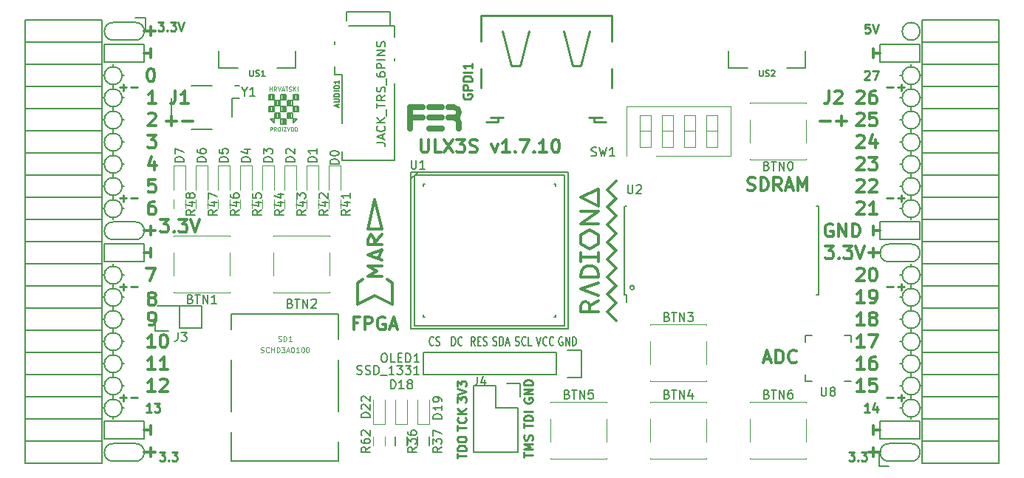
<source format=gto>
G04 #@! TF.FileFunction,Legend,Top*
%FSLAX46Y46*%
G04 Gerber Fmt 4.6, Leading zero omitted, Abs format (unit mm)*
G04 Created by KiCad (PCBNEW 4.0.7+dfsg1-1) date Wed Jan 24 14:10:20 2018*
%MOMM*%
%LPD*%
G01*
G04 APERTURE LIST*
%ADD10C,0.100000*%
%ADD11C,0.300000*%
%ADD12C,0.200000*%
%ADD13C,0.250000*%
%ADD14C,0.150000*%
%ADD15C,0.120000*%
%ADD16C,0.700000*%
%ADD17C,0.254000*%
%ADD18C,0.152400*%
%ADD19C,0.124460*%
%ADD20C,0.075000*%
G04 APERTURE END LIST*
D10*
D11*
X182492000Y-87582000D02*
X182492000Y-88598000D01*
X181984000Y-88090000D02*
X183254000Y-88090000D01*
X182492000Y-110442000D02*
X182492000Y-111458000D01*
X183254000Y-110950000D02*
X181984000Y-110950000D01*
X99688000Y-110442000D02*
X99688000Y-111458000D01*
X98926000Y-110950000D02*
X100196000Y-110950000D01*
X99688000Y-62182000D02*
X99688000Y-63198000D01*
X98926000Y-62690000D02*
X100196000Y-62690000D01*
X99688000Y-85042000D02*
X99688000Y-86058000D01*
X98926000Y-85550000D02*
X100196000Y-85550000D01*
D12*
X97910000Y-63706000D02*
G75*
G03X97910000Y-61674000I0J1016000D01*
G01*
X184270000Y-109934000D02*
G75*
G03X184270000Y-111966000I0J-1016000D01*
G01*
X95370000Y-111966000D02*
X97910000Y-111966000D01*
X95370000Y-109934000D02*
X97910000Y-109934000D01*
X97910000Y-111966000D02*
G75*
G03X97910000Y-109934000I0J1016000D01*
G01*
X95370000Y-109934000D02*
G75*
G03X95370000Y-111966000I0J-1016000D01*
G01*
X95370000Y-61674000D02*
X97910000Y-61674000D01*
X95370000Y-63706000D02*
X97910000Y-63706000D01*
X95370000Y-61674000D02*
G75*
G03X95370000Y-63706000I0J-1016000D01*
G01*
X95370000Y-84534000D02*
X97910000Y-84534000D01*
X95370000Y-86566000D02*
X97910000Y-86566000D01*
X95370000Y-84534000D02*
G75*
G03X95370000Y-86566000I0J-1016000D01*
G01*
X97910000Y-86566000D02*
G75*
G03X97910000Y-84534000I0J1016000D01*
G01*
X187826000Y-62690000D02*
G75*
G03X187826000Y-62690000I-1016000J0D01*
G01*
X184270000Y-89106000D02*
X186810000Y-89106000D01*
X184270000Y-87074000D02*
X186810000Y-87074000D01*
X184270000Y-87074000D02*
G75*
G03X184270000Y-89106000I0J-1016000D01*
G01*
X186810000Y-89106000D02*
G75*
G03X186810000Y-87074000I0J1016000D01*
G01*
X186810000Y-111966000D02*
X184270000Y-111966000D01*
X186810000Y-109934000D02*
X184270000Y-109934000D01*
X186810000Y-111966000D02*
G75*
G03X186810000Y-109934000I0J1016000D01*
G01*
X94354000Y-66246000D02*
X94354000Y-64214000D01*
X98926000Y-66246000D02*
X94354000Y-66246000D01*
X98926000Y-64214000D02*
X98926000Y-66246000D01*
X94354000Y-64214000D02*
X98926000Y-64214000D01*
X94354000Y-87074000D02*
X98926000Y-87074000D01*
X94354000Y-89106000D02*
X94354000Y-87074000D01*
X98926000Y-89106000D02*
X94354000Y-89106000D01*
X98926000Y-87074000D02*
X98926000Y-89106000D01*
X94354000Y-109426000D02*
X98926000Y-109426000D01*
X94354000Y-107394000D02*
X94354000Y-109426000D01*
X98926000Y-107394000D02*
X94354000Y-107394000D01*
X98926000Y-109426000D02*
X98926000Y-107394000D01*
X183254000Y-109426000D02*
X187826000Y-109426000D01*
X183254000Y-107394000D02*
X183254000Y-109426000D01*
X187826000Y-107394000D02*
X187826000Y-109426000D01*
X183254000Y-107394000D02*
X187826000Y-107394000D01*
X183254000Y-66246000D02*
X187826000Y-66246000D01*
X183254000Y-64214000D02*
X183254000Y-66246000D01*
X187826000Y-64214000D02*
X183254000Y-64214000D01*
X187826000Y-66246000D02*
X187826000Y-64214000D01*
X183254000Y-84534000D02*
X187826000Y-84534000D01*
X183254000Y-86566000D02*
X183254000Y-84534000D01*
X187826000Y-86566000D02*
X183254000Y-86566000D01*
X187826000Y-84534000D02*
X187826000Y-86566000D01*
D13*
X96148000Y-69111429D02*
X96909905Y-69111429D01*
X96528953Y-69492381D02*
X96528953Y-68730476D01*
X97386095Y-69111429D02*
X98148000Y-69111429D01*
X96148000Y-81811429D02*
X96909905Y-81811429D01*
X96528953Y-82192381D02*
X96528953Y-81430476D01*
X97386095Y-81811429D02*
X98148000Y-81811429D01*
X96148000Y-91971429D02*
X96909905Y-91971429D01*
X96528953Y-92352381D02*
X96528953Y-91590476D01*
X97386095Y-91971429D02*
X98148000Y-91971429D01*
X96148000Y-104671429D02*
X96909905Y-104671429D01*
X96528953Y-105052381D02*
X96528953Y-104290476D01*
X97386095Y-104671429D02*
X98148000Y-104671429D01*
X184032000Y-104671429D02*
X184793905Y-104671429D01*
X185270095Y-104671429D02*
X186032000Y-104671429D01*
X185651048Y-105052381D02*
X185651048Y-104290476D01*
X184032000Y-91971429D02*
X184793905Y-91971429D01*
X185270095Y-91971429D02*
X186032000Y-91971429D01*
X185651048Y-92352381D02*
X185651048Y-91590476D01*
X184032000Y-81811429D02*
X184793905Y-81811429D01*
X185270095Y-81811429D02*
X186032000Y-81811429D01*
X185651048Y-82192381D02*
X185651048Y-81430476D01*
X184032000Y-69111429D02*
X184793905Y-69111429D01*
X185270095Y-69111429D02*
X186032000Y-69111429D01*
X185651048Y-69492381D02*
X185651048Y-68730476D01*
D11*
X176420000Y-72957143D02*
X177562857Y-72957143D01*
X178277143Y-72957143D02*
X179420000Y-72957143D01*
X178848571Y-73528571D02*
X178848571Y-72385714D01*
D12*
X187826000Y-67770000D02*
G75*
G03X187826000Y-67770000I-1016000J0D01*
G01*
X187826000Y-70310000D02*
G75*
G03X187826000Y-70310000I-1016000J0D01*
G01*
X187826000Y-72850000D02*
G75*
G03X187826000Y-72850000I-1016000J0D01*
G01*
X187826000Y-75390000D02*
G75*
G03X187826000Y-75390000I-1016000J0D01*
G01*
X187826000Y-77930000D02*
G75*
G03X187826000Y-77930000I-1016000J0D01*
G01*
X187826000Y-80470000D02*
G75*
G03X187826000Y-80470000I-1016000J0D01*
G01*
X187826000Y-83010000D02*
G75*
G03X187826000Y-83010000I-1016000J0D01*
G01*
X187826000Y-90630000D02*
G75*
G03X187826000Y-90630000I-1016000J0D01*
G01*
X187826000Y-93170000D02*
G75*
G03X187826000Y-93170000I-1016000J0D01*
G01*
X187826000Y-95710000D02*
G75*
G03X187826000Y-95710000I-1016000J0D01*
G01*
X187826000Y-98250000D02*
G75*
G03X187826000Y-98250000I-1016000J0D01*
G01*
X187826000Y-100790000D02*
G75*
G03X187826000Y-100790000I-1016000J0D01*
G01*
X187826000Y-103330000D02*
G75*
G03X187826000Y-103330000I-1016000J0D01*
G01*
X187826000Y-105870000D02*
G75*
G03X187826000Y-105870000I-1016000J0D01*
G01*
X96386000Y-105870000D02*
G75*
G03X96386000Y-105870000I-1016000J0D01*
G01*
X96386000Y-103330000D02*
G75*
G03X96386000Y-103330000I-1016000J0D01*
G01*
X96386000Y-100790000D02*
G75*
G03X96386000Y-100790000I-1016000J0D01*
G01*
X96386000Y-98250000D02*
G75*
G03X96386000Y-98250000I-1016000J0D01*
G01*
X96386000Y-95710000D02*
G75*
G03X96386000Y-95710000I-1016000J0D01*
G01*
X96386000Y-93170000D02*
G75*
G03X96386000Y-93170000I-1016000J0D01*
G01*
X96386000Y-90630000D02*
G75*
G03X96386000Y-90630000I-1016000J0D01*
G01*
X96386000Y-83010000D02*
G75*
G03X96386000Y-83010000I-1016000J0D01*
G01*
X96386000Y-80470000D02*
G75*
G03X96386000Y-80470000I-1016000J0D01*
G01*
X96386000Y-77930000D02*
G75*
G03X96386000Y-77930000I-1016000J0D01*
G01*
X96386000Y-75390000D02*
G75*
G03X96386000Y-75390000I-1016000J0D01*
G01*
X96386000Y-72850000D02*
G75*
G03X96386000Y-72850000I-1016000J0D01*
G01*
X96386000Y-70310000D02*
G75*
G03X96386000Y-70310000I-1016000J0D01*
G01*
X96386000Y-67770000D02*
G75*
G03X96386000Y-67770000I-1016000J0D01*
G01*
D11*
X177793143Y-84800000D02*
X177650286Y-84728571D01*
X177436000Y-84728571D01*
X177221715Y-84800000D01*
X177078857Y-84942857D01*
X177007429Y-85085714D01*
X176936000Y-85371429D01*
X176936000Y-85585714D01*
X177007429Y-85871429D01*
X177078857Y-86014286D01*
X177221715Y-86157143D01*
X177436000Y-86228571D01*
X177578857Y-86228571D01*
X177793143Y-86157143D01*
X177864572Y-86085714D01*
X177864572Y-85585714D01*
X177578857Y-85585714D01*
X178507429Y-86228571D02*
X178507429Y-84728571D01*
X179364572Y-86228571D01*
X179364572Y-84728571D01*
X180078858Y-86228571D02*
X180078858Y-84728571D01*
X180436001Y-84728571D01*
X180650286Y-84800000D01*
X180793144Y-84942857D01*
X180864572Y-85085714D01*
X180936001Y-85371429D01*
X180936001Y-85585714D01*
X180864572Y-85871429D01*
X180793144Y-86014286D01*
X180650286Y-86157143D01*
X180436001Y-86228571D01*
X180078858Y-86228571D01*
X182492000Y-86058000D02*
X182492000Y-85042000D01*
X183254000Y-85550000D02*
X182492000Y-85550000D01*
X182492000Y-107902000D02*
X182492000Y-108918000D01*
X182492000Y-108410000D02*
X183254000Y-108410000D01*
D13*
X182047524Y-106322381D02*
X181476095Y-106322381D01*
X181761809Y-106322381D02*
X181761809Y-105322381D01*
X181666571Y-105465238D01*
X181571333Y-105560476D01*
X181476095Y-105608095D01*
X182904667Y-105655714D02*
X182904667Y-106322381D01*
X182666571Y-105274762D02*
X182428476Y-105989048D01*
X183047524Y-105989048D01*
X181476095Y-67317619D02*
X181523714Y-67270000D01*
X181618952Y-67222381D01*
X181857048Y-67222381D01*
X181952286Y-67270000D01*
X181999905Y-67317619D01*
X182047524Y-67412857D01*
X182047524Y-67508095D01*
X181999905Y-67650952D01*
X181428476Y-68222381D01*
X182047524Y-68222381D01*
X182380857Y-67222381D02*
X183047524Y-67222381D01*
X182618952Y-68222381D01*
D11*
X182492000Y-64722000D02*
X182492000Y-65738000D01*
X182492000Y-65230000D02*
X183254000Y-65230000D01*
X99688000Y-107902000D02*
X99688000Y-108918000D01*
X98926000Y-108410000D02*
X99688000Y-108410000D01*
X99315001Y-74568571D02*
X100243572Y-74568571D01*
X99743572Y-75140000D01*
X99957858Y-75140000D01*
X100100715Y-75211429D01*
X100172144Y-75282857D01*
X100243572Y-75425714D01*
X100243572Y-75782857D01*
X100172144Y-75925714D01*
X100100715Y-75997143D01*
X99957858Y-76068571D01*
X99529286Y-76068571D01*
X99386429Y-75997143D01*
X99315001Y-75925714D01*
X100100715Y-77608571D02*
X100100715Y-78608571D01*
X99743572Y-77037143D02*
X99386429Y-78108571D01*
X100315001Y-78108571D01*
X100172144Y-79648571D02*
X99457858Y-79648571D01*
X99386429Y-80362857D01*
X99457858Y-80291429D01*
X99600715Y-80220000D01*
X99957858Y-80220000D01*
X100100715Y-80291429D01*
X100172144Y-80362857D01*
X100243572Y-80505714D01*
X100243572Y-80862857D01*
X100172144Y-81005714D01*
X100100715Y-81077143D01*
X99957858Y-81148571D01*
X99600715Y-81148571D01*
X99457858Y-81077143D01*
X99386429Y-81005714D01*
D13*
X99751524Y-106322381D02*
X99180095Y-106322381D01*
X99465809Y-106322381D02*
X99465809Y-105322381D01*
X99370571Y-105465238D01*
X99275333Y-105560476D01*
X99180095Y-105608095D01*
X100084857Y-105322381D02*
X100703905Y-105322381D01*
X100370571Y-105703333D01*
X100513429Y-105703333D01*
X100608667Y-105750952D01*
X100656286Y-105798571D01*
X100703905Y-105893810D01*
X100703905Y-106131905D01*
X100656286Y-106227143D01*
X100608667Y-106274762D01*
X100513429Y-106322381D01*
X100227714Y-106322381D01*
X100132476Y-106274762D01*
X100084857Y-106227143D01*
D11*
X99188001Y-89808571D02*
X100188001Y-89808571D01*
X99545144Y-91308571D01*
X99688000Y-87582000D02*
X99688000Y-88598000D01*
X98926000Y-88090000D02*
X99688000Y-88090000D01*
X99688000Y-64722000D02*
X99688000Y-65738000D01*
X98926000Y-65230000D02*
X99688000Y-65230000D01*
D13*
X100497810Y-61634381D02*
X101116858Y-61634381D01*
X100783524Y-62015333D01*
X100926382Y-62015333D01*
X101021620Y-62062952D01*
X101069239Y-62110571D01*
X101116858Y-62205810D01*
X101116858Y-62443905D01*
X101069239Y-62539143D01*
X101021620Y-62586762D01*
X100926382Y-62634381D01*
X100640667Y-62634381D01*
X100545429Y-62586762D01*
X100497810Y-62539143D01*
X101545429Y-62539143D02*
X101593048Y-62586762D01*
X101545429Y-62634381D01*
X101497810Y-62586762D01*
X101545429Y-62539143D01*
X101545429Y-62634381D01*
X101926381Y-61634381D02*
X102545429Y-61634381D01*
X102212095Y-62015333D01*
X102354953Y-62015333D01*
X102450191Y-62062952D01*
X102497810Y-62110571D01*
X102545429Y-62205810D01*
X102545429Y-62443905D01*
X102497810Y-62539143D01*
X102450191Y-62586762D01*
X102354953Y-62634381D01*
X102069238Y-62634381D01*
X101974000Y-62586762D01*
X101926381Y-62539143D01*
X102831143Y-61634381D02*
X103164476Y-62634381D01*
X103497810Y-61634381D01*
X179666381Y-110910381D02*
X180285429Y-110910381D01*
X179952095Y-111291333D01*
X180094953Y-111291333D01*
X180190191Y-111338952D01*
X180237810Y-111386571D01*
X180285429Y-111481810D01*
X180285429Y-111719905D01*
X180237810Y-111815143D01*
X180190191Y-111862762D01*
X180094953Y-111910381D01*
X179809238Y-111910381D01*
X179714000Y-111862762D01*
X179666381Y-111815143D01*
X180714000Y-111815143D02*
X180761619Y-111862762D01*
X180714000Y-111910381D01*
X180666381Y-111862762D01*
X180714000Y-111815143D01*
X180714000Y-111910381D01*
X181094952Y-110910381D02*
X181714000Y-110910381D01*
X181380666Y-111291333D01*
X181523524Y-111291333D01*
X181618762Y-111338952D01*
X181666381Y-111386571D01*
X181714000Y-111481810D01*
X181714000Y-111719905D01*
X181666381Y-111815143D01*
X181618762Y-111862762D01*
X181523524Y-111910381D01*
X181237809Y-111910381D01*
X181142571Y-111862762D01*
X181094952Y-111815143D01*
D11*
X100775715Y-84220571D02*
X101704286Y-84220571D01*
X101204286Y-84792000D01*
X101418572Y-84792000D01*
X101561429Y-84863429D01*
X101632858Y-84934857D01*
X101704286Y-85077714D01*
X101704286Y-85434857D01*
X101632858Y-85577714D01*
X101561429Y-85649143D01*
X101418572Y-85720571D01*
X100990000Y-85720571D01*
X100847143Y-85649143D01*
X100775715Y-85577714D01*
X102347143Y-85577714D02*
X102418571Y-85649143D01*
X102347143Y-85720571D01*
X102275714Y-85649143D01*
X102347143Y-85577714D01*
X102347143Y-85720571D01*
X102918572Y-84220571D02*
X103847143Y-84220571D01*
X103347143Y-84792000D01*
X103561429Y-84792000D01*
X103704286Y-84863429D01*
X103775715Y-84934857D01*
X103847143Y-85077714D01*
X103847143Y-85434857D01*
X103775715Y-85577714D01*
X103704286Y-85649143D01*
X103561429Y-85720571D01*
X103132857Y-85720571D01*
X102990000Y-85649143D01*
X102918572Y-85577714D01*
X104275714Y-84220571D02*
X104775714Y-85720571D01*
X105275714Y-84220571D01*
D13*
X100672381Y-110910381D02*
X101291429Y-110910381D01*
X100958095Y-111291333D01*
X101100953Y-111291333D01*
X101196191Y-111338952D01*
X101243810Y-111386571D01*
X101291429Y-111481810D01*
X101291429Y-111719905D01*
X101243810Y-111815143D01*
X101196191Y-111862762D01*
X101100953Y-111910381D01*
X100815238Y-111910381D01*
X100720000Y-111862762D01*
X100672381Y-111815143D01*
X101720000Y-111815143D02*
X101767619Y-111862762D01*
X101720000Y-111910381D01*
X101672381Y-111862762D01*
X101720000Y-111815143D01*
X101720000Y-111910381D01*
X102100952Y-110910381D02*
X102720000Y-110910381D01*
X102386666Y-111291333D01*
X102529524Y-111291333D01*
X102624762Y-111338952D01*
X102672381Y-111386571D01*
X102720000Y-111481810D01*
X102720000Y-111719905D01*
X102672381Y-111815143D01*
X102624762Y-111862762D01*
X102529524Y-111910381D01*
X102243809Y-111910381D01*
X102148571Y-111862762D01*
X102100952Y-111815143D01*
X182047524Y-61888381D02*
X181571333Y-61888381D01*
X181523714Y-62364571D01*
X181571333Y-62316952D01*
X181666571Y-62269333D01*
X181904667Y-62269333D01*
X181999905Y-62316952D01*
X182047524Y-62364571D01*
X182095143Y-62459810D01*
X182095143Y-62697905D01*
X182047524Y-62793143D01*
X181999905Y-62840762D01*
X181904667Y-62888381D01*
X181666571Y-62888381D01*
X181571333Y-62840762D01*
X181523714Y-62793143D01*
X182380857Y-61888381D02*
X182714190Y-62888381D01*
X183047524Y-61888381D01*
D11*
X180587143Y-69631429D02*
X180658572Y-69560000D01*
X180801429Y-69488571D01*
X181158572Y-69488571D01*
X181301429Y-69560000D01*
X181372858Y-69631429D01*
X181444286Y-69774286D01*
X181444286Y-69917143D01*
X181372858Y-70131429D01*
X180515715Y-70988571D01*
X181444286Y-70988571D01*
X182730000Y-69488571D02*
X182444286Y-69488571D01*
X182301429Y-69560000D01*
X182230000Y-69631429D01*
X182087143Y-69845714D01*
X182015714Y-70131429D01*
X182015714Y-70702857D01*
X182087143Y-70845714D01*
X182158571Y-70917143D01*
X182301429Y-70988571D01*
X182587143Y-70988571D01*
X182730000Y-70917143D01*
X182801429Y-70845714D01*
X182872857Y-70702857D01*
X182872857Y-70345714D01*
X182801429Y-70202857D01*
X182730000Y-70131429D01*
X182587143Y-70060000D01*
X182301429Y-70060000D01*
X182158571Y-70131429D01*
X182087143Y-70202857D01*
X182015714Y-70345714D01*
X180587143Y-72171429D02*
X180658572Y-72100000D01*
X180801429Y-72028571D01*
X181158572Y-72028571D01*
X181301429Y-72100000D01*
X181372858Y-72171429D01*
X181444286Y-72314286D01*
X181444286Y-72457143D01*
X181372858Y-72671429D01*
X180515715Y-73528571D01*
X181444286Y-73528571D01*
X182801429Y-72028571D02*
X182087143Y-72028571D01*
X182015714Y-72742857D01*
X182087143Y-72671429D01*
X182230000Y-72600000D01*
X182587143Y-72600000D01*
X182730000Y-72671429D01*
X182801429Y-72742857D01*
X182872857Y-72885714D01*
X182872857Y-73242857D01*
X182801429Y-73385714D01*
X182730000Y-73457143D01*
X182587143Y-73528571D01*
X182230000Y-73528571D01*
X182087143Y-73457143D01*
X182015714Y-73385714D01*
X180587143Y-74711429D02*
X180658572Y-74640000D01*
X180801429Y-74568571D01*
X181158572Y-74568571D01*
X181301429Y-74640000D01*
X181372858Y-74711429D01*
X181444286Y-74854286D01*
X181444286Y-74997143D01*
X181372858Y-75211429D01*
X180515715Y-76068571D01*
X181444286Y-76068571D01*
X182730000Y-75068571D02*
X182730000Y-76068571D01*
X182372857Y-74497143D02*
X182015714Y-75568571D01*
X182944286Y-75568571D01*
X180587143Y-77251429D02*
X180658572Y-77180000D01*
X180801429Y-77108571D01*
X181158572Y-77108571D01*
X181301429Y-77180000D01*
X181372858Y-77251429D01*
X181444286Y-77394286D01*
X181444286Y-77537143D01*
X181372858Y-77751429D01*
X180515715Y-78608571D01*
X181444286Y-78608571D01*
X181944286Y-77108571D02*
X182872857Y-77108571D01*
X182372857Y-77680000D01*
X182587143Y-77680000D01*
X182730000Y-77751429D01*
X182801429Y-77822857D01*
X182872857Y-77965714D01*
X182872857Y-78322857D01*
X182801429Y-78465714D01*
X182730000Y-78537143D01*
X182587143Y-78608571D01*
X182158571Y-78608571D01*
X182015714Y-78537143D01*
X181944286Y-78465714D01*
X180587143Y-79791429D02*
X180658572Y-79720000D01*
X180801429Y-79648571D01*
X181158572Y-79648571D01*
X181301429Y-79720000D01*
X181372858Y-79791429D01*
X181444286Y-79934286D01*
X181444286Y-80077143D01*
X181372858Y-80291429D01*
X180515715Y-81148571D01*
X181444286Y-81148571D01*
X182015714Y-79791429D02*
X182087143Y-79720000D01*
X182230000Y-79648571D01*
X182587143Y-79648571D01*
X182730000Y-79720000D01*
X182801429Y-79791429D01*
X182872857Y-79934286D01*
X182872857Y-80077143D01*
X182801429Y-80291429D01*
X181944286Y-81148571D01*
X182872857Y-81148571D01*
X180587143Y-82331429D02*
X180658572Y-82260000D01*
X180801429Y-82188571D01*
X181158572Y-82188571D01*
X181301429Y-82260000D01*
X181372858Y-82331429D01*
X181444286Y-82474286D01*
X181444286Y-82617143D01*
X181372858Y-82831429D01*
X180515715Y-83688571D01*
X181444286Y-83688571D01*
X182872857Y-83688571D02*
X182015714Y-83688571D01*
X182444286Y-83688571D02*
X182444286Y-82188571D01*
X182301429Y-82402857D01*
X182158571Y-82545714D01*
X182015714Y-82617143D01*
X176975715Y-87268571D02*
X177904286Y-87268571D01*
X177404286Y-87840000D01*
X177618572Y-87840000D01*
X177761429Y-87911429D01*
X177832858Y-87982857D01*
X177904286Y-88125714D01*
X177904286Y-88482857D01*
X177832858Y-88625714D01*
X177761429Y-88697143D01*
X177618572Y-88768571D01*
X177190000Y-88768571D01*
X177047143Y-88697143D01*
X176975715Y-88625714D01*
X178547143Y-88625714D02*
X178618571Y-88697143D01*
X178547143Y-88768571D01*
X178475714Y-88697143D01*
X178547143Y-88625714D01*
X178547143Y-88768571D01*
X179118572Y-87268571D02*
X180047143Y-87268571D01*
X179547143Y-87840000D01*
X179761429Y-87840000D01*
X179904286Y-87911429D01*
X179975715Y-87982857D01*
X180047143Y-88125714D01*
X180047143Y-88482857D01*
X179975715Y-88625714D01*
X179904286Y-88697143D01*
X179761429Y-88768571D01*
X179332857Y-88768571D01*
X179190000Y-88697143D01*
X179118572Y-88625714D01*
X180475714Y-87268571D02*
X180975714Y-88768571D01*
X181475714Y-87268571D01*
X180587143Y-89951429D02*
X180658572Y-89880000D01*
X180801429Y-89808571D01*
X181158572Y-89808571D01*
X181301429Y-89880000D01*
X181372858Y-89951429D01*
X181444286Y-90094286D01*
X181444286Y-90237143D01*
X181372858Y-90451429D01*
X180515715Y-91308571D01*
X181444286Y-91308571D01*
X182372857Y-89808571D02*
X182515714Y-89808571D01*
X182658571Y-89880000D01*
X182730000Y-89951429D01*
X182801429Y-90094286D01*
X182872857Y-90380000D01*
X182872857Y-90737143D01*
X182801429Y-91022857D01*
X182730000Y-91165714D01*
X182658571Y-91237143D01*
X182515714Y-91308571D01*
X182372857Y-91308571D01*
X182230000Y-91237143D01*
X182158571Y-91165714D01*
X182087143Y-91022857D01*
X182015714Y-90737143D01*
X182015714Y-90380000D01*
X182087143Y-90094286D01*
X182158571Y-89951429D01*
X182230000Y-89880000D01*
X182372857Y-89808571D01*
X181444286Y-93848571D02*
X180587143Y-93848571D01*
X181015715Y-93848571D02*
X181015715Y-92348571D01*
X180872858Y-92562857D01*
X180730000Y-92705714D01*
X180587143Y-92777143D01*
X182158571Y-93848571D02*
X182444286Y-93848571D01*
X182587143Y-93777143D01*
X182658571Y-93705714D01*
X182801429Y-93491429D01*
X182872857Y-93205714D01*
X182872857Y-92634286D01*
X182801429Y-92491429D01*
X182730000Y-92420000D01*
X182587143Y-92348571D01*
X182301429Y-92348571D01*
X182158571Y-92420000D01*
X182087143Y-92491429D01*
X182015714Y-92634286D01*
X182015714Y-92991429D01*
X182087143Y-93134286D01*
X182158571Y-93205714D01*
X182301429Y-93277143D01*
X182587143Y-93277143D01*
X182730000Y-93205714D01*
X182801429Y-93134286D01*
X182872857Y-92991429D01*
X181444286Y-96388571D02*
X180587143Y-96388571D01*
X181015715Y-96388571D02*
X181015715Y-94888571D01*
X180872858Y-95102857D01*
X180730000Y-95245714D01*
X180587143Y-95317143D01*
X182301429Y-95531429D02*
X182158571Y-95460000D01*
X182087143Y-95388571D01*
X182015714Y-95245714D01*
X182015714Y-95174286D01*
X182087143Y-95031429D01*
X182158571Y-94960000D01*
X182301429Y-94888571D01*
X182587143Y-94888571D01*
X182730000Y-94960000D01*
X182801429Y-95031429D01*
X182872857Y-95174286D01*
X182872857Y-95245714D01*
X182801429Y-95388571D01*
X182730000Y-95460000D01*
X182587143Y-95531429D01*
X182301429Y-95531429D01*
X182158571Y-95602857D01*
X182087143Y-95674286D01*
X182015714Y-95817143D01*
X182015714Y-96102857D01*
X182087143Y-96245714D01*
X182158571Y-96317143D01*
X182301429Y-96388571D01*
X182587143Y-96388571D01*
X182730000Y-96317143D01*
X182801429Y-96245714D01*
X182872857Y-96102857D01*
X182872857Y-95817143D01*
X182801429Y-95674286D01*
X182730000Y-95602857D01*
X182587143Y-95531429D01*
X181444286Y-98928571D02*
X180587143Y-98928571D01*
X181015715Y-98928571D02*
X181015715Y-97428571D01*
X180872858Y-97642857D01*
X180730000Y-97785714D01*
X180587143Y-97857143D01*
X181944286Y-97428571D02*
X182944286Y-97428571D01*
X182301429Y-98928571D01*
X181444286Y-101468571D02*
X180587143Y-101468571D01*
X181015715Y-101468571D02*
X181015715Y-99968571D01*
X180872858Y-100182857D01*
X180730000Y-100325714D01*
X180587143Y-100397143D01*
X182730000Y-99968571D02*
X182444286Y-99968571D01*
X182301429Y-100040000D01*
X182230000Y-100111429D01*
X182087143Y-100325714D01*
X182015714Y-100611429D01*
X182015714Y-101182857D01*
X182087143Y-101325714D01*
X182158571Y-101397143D01*
X182301429Y-101468571D01*
X182587143Y-101468571D01*
X182730000Y-101397143D01*
X182801429Y-101325714D01*
X182872857Y-101182857D01*
X182872857Y-100825714D01*
X182801429Y-100682857D01*
X182730000Y-100611429D01*
X182587143Y-100540000D01*
X182301429Y-100540000D01*
X182158571Y-100611429D01*
X182087143Y-100682857D01*
X182015714Y-100825714D01*
X181444286Y-104008571D02*
X180587143Y-104008571D01*
X181015715Y-104008571D02*
X181015715Y-102508571D01*
X180872858Y-102722857D01*
X180730000Y-102865714D01*
X180587143Y-102937143D01*
X182801429Y-102508571D02*
X182087143Y-102508571D01*
X182015714Y-103222857D01*
X182087143Y-103151429D01*
X182230000Y-103080000D01*
X182587143Y-103080000D01*
X182730000Y-103151429D01*
X182801429Y-103222857D01*
X182872857Y-103365714D01*
X182872857Y-103722857D01*
X182801429Y-103865714D01*
X182730000Y-103937143D01*
X182587143Y-104008571D01*
X182230000Y-104008571D01*
X182087143Y-103937143D01*
X182015714Y-103865714D01*
D12*
X186810000Y-66500000D02*
X186810000Y-66754000D01*
X187826000Y-67770000D02*
X188080000Y-67770000D01*
X185540000Y-67770000D02*
X185794000Y-67770000D01*
X186810000Y-69294000D02*
X186810000Y-68786000D01*
X187826000Y-70310000D02*
X188080000Y-70310000D01*
X185540000Y-70310000D02*
X185794000Y-70310000D01*
X186810000Y-71326000D02*
X186810000Y-71834000D01*
X187826000Y-72850000D02*
X188080000Y-72850000D01*
X185540000Y-72850000D02*
X185794000Y-72850000D01*
X186810000Y-73866000D02*
X186810000Y-74374000D01*
X187826000Y-75390000D02*
X188080000Y-75390000D01*
X185540000Y-75390000D02*
X185794000Y-75390000D01*
X186810000Y-76406000D02*
X186810000Y-76914000D01*
X187826000Y-77930000D02*
X188080000Y-77930000D01*
X185540000Y-77930000D02*
X185794000Y-77930000D01*
X186810000Y-79454000D02*
X186810000Y-78946000D01*
X187826000Y-80470000D02*
X188080000Y-80470000D01*
X185540000Y-80470000D02*
X185794000Y-80470000D01*
X186810000Y-81994000D02*
X186810000Y-81486000D01*
X187826000Y-83010000D02*
X188080000Y-83010000D01*
X185540000Y-83010000D02*
X185794000Y-83010000D01*
X186810000Y-84026000D02*
X186810000Y-84280000D01*
X186810000Y-89360000D02*
X186810000Y-89614000D01*
X187826000Y-90630000D02*
X188080000Y-90630000D01*
X185540000Y-90630000D02*
X185794000Y-90630000D01*
X186810000Y-91646000D02*
X186810000Y-92154000D01*
X187826000Y-93170000D02*
X188080000Y-93170000D01*
X185540000Y-93170000D02*
X185794000Y-93170000D01*
X186810000Y-94186000D02*
X186810000Y-94694000D01*
X187826000Y-95710000D02*
X188080000Y-95710000D01*
X185540000Y-95710000D02*
X185794000Y-95710000D01*
X186810000Y-97234000D02*
X186810000Y-96726000D01*
X187826000Y-98250000D02*
X188080000Y-98250000D01*
X185540000Y-98250000D02*
X185794000Y-98250000D01*
X187826000Y-100790000D02*
X188080000Y-100790000D01*
X185540000Y-100790000D02*
X185794000Y-100790000D01*
X186810000Y-99266000D02*
X186810000Y-99774000D01*
X186810000Y-102314000D02*
X186810000Y-101806000D01*
X187826000Y-103330000D02*
X188080000Y-103330000D01*
X185540000Y-103330000D02*
X185794000Y-103330000D01*
X186810000Y-104346000D02*
X186810000Y-104854000D01*
X185540000Y-105870000D02*
X185794000Y-105870000D01*
X187826000Y-105870000D02*
X188080000Y-105870000D01*
X186810000Y-106886000D02*
X186810000Y-107140000D01*
X95370000Y-66754000D02*
X95370000Y-66500000D01*
X96386000Y-67770000D02*
X96640000Y-67770000D01*
X94100000Y-67770000D02*
X94354000Y-67770000D01*
X95370000Y-68786000D02*
X95370000Y-69294000D01*
X96386000Y-70310000D02*
X96640000Y-70310000D01*
X94100000Y-70310000D02*
X94354000Y-70310000D01*
X95370000Y-71326000D02*
X95370000Y-71834000D01*
X96386000Y-72850000D02*
X96640000Y-72850000D01*
X94100000Y-72850000D02*
X94354000Y-72850000D01*
X95370000Y-73866000D02*
X95370000Y-74374000D01*
X96386000Y-75390000D02*
X96640000Y-75390000D01*
X95370000Y-76406000D02*
X95370000Y-76914000D01*
X96386000Y-77930000D02*
X96640000Y-77930000D01*
X94100000Y-77930000D02*
X94354000Y-77930000D01*
X95370000Y-79454000D02*
X95370000Y-78946000D01*
X96386000Y-80470000D02*
X96640000Y-80470000D01*
X94100000Y-80470000D02*
X94354000Y-80470000D01*
X95370000Y-81486000D02*
X95370000Y-81994000D01*
X96386000Y-83010000D02*
X96640000Y-83010000D01*
X95370000Y-84026000D02*
X95370000Y-84280000D01*
X94100000Y-83010000D02*
X94354000Y-83010000D01*
X95370000Y-106886000D02*
X95370000Y-107140000D01*
X95370000Y-89360000D02*
X95370000Y-89614000D01*
X96386000Y-93170000D02*
X96640000Y-93170000D01*
X94100000Y-93170000D02*
X94354000Y-93170000D01*
X95370000Y-94186000D02*
X95370000Y-94694000D01*
X94100000Y-90630000D02*
X94354000Y-90630000D01*
X96386000Y-90630000D02*
X96640000Y-90630000D01*
X95370000Y-92154000D02*
X95370000Y-91646000D01*
X96386000Y-95710000D02*
X96640000Y-95710000D01*
X94100000Y-95710000D02*
X94354000Y-95710000D01*
X96386000Y-98250000D02*
X96640000Y-98250000D01*
X94354000Y-98250000D02*
X94100000Y-98250000D01*
X95370000Y-96726000D02*
X95370000Y-97234000D01*
X95370000Y-99266000D02*
X95370000Y-99774000D01*
X94100000Y-100790000D02*
X94354000Y-100790000D01*
X96386000Y-100790000D02*
X96640000Y-100790000D01*
X94100000Y-103330000D02*
X94354000Y-103330000D01*
X96386000Y-103330000D02*
X96640000Y-103330000D01*
X95370000Y-101806000D02*
X95370000Y-102314000D01*
X95370000Y-104346000D02*
X95370000Y-104854000D01*
X96386000Y-105870000D02*
X96640000Y-105870000D01*
X94100000Y-105870000D02*
X94354000Y-105870000D01*
D11*
X101490000Y-72957143D02*
X102632857Y-72957143D01*
X102061428Y-73528571D02*
X102061428Y-72385714D01*
X103347143Y-72957143D02*
X104490000Y-72957143D01*
X100164286Y-104008571D02*
X99307143Y-104008571D01*
X99735715Y-104008571D02*
X99735715Y-102508571D01*
X99592858Y-102722857D01*
X99450000Y-102865714D01*
X99307143Y-102937143D01*
X100735714Y-102651429D02*
X100807143Y-102580000D01*
X100950000Y-102508571D01*
X101307143Y-102508571D01*
X101450000Y-102580000D01*
X101521429Y-102651429D01*
X101592857Y-102794286D01*
X101592857Y-102937143D01*
X101521429Y-103151429D01*
X100664286Y-104008571D01*
X101592857Y-104008571D01*
X100164286Y-101468571D02*
X99307143Y-101468571D01*
X99735715Y-101468571D02*
X99735715Y-99968571D01*
X99592858Y-100182857D01*
X99450000Y-100325714D01*
X99307143Y-100397143D01*
X101592857Y-101468571D02*
X100735714Y-101468571D01*
X101164286Y-101468571D02*
X101164286Y-99968571D01*
X101021429Y-100182857D01*
X100878571Y-100325714D01*
X100735714Y-100397143D01*
X100164286Y-98928571D02*
X99307143Y-98928571D01*
X99735715Y-98928571D02*
X99735715Y-97428571D01*
X99592858Y-97642857D01*
X99450000Y-97785714D01*
X99307143Y-97857143D01*
X101092857Y-97428571D02*
X101235714Y-97428571D01*
X101378571Y-97500000D01*
X101450000Y-97571429D01*
X101521429Y-97714286D01*
X101592857Y-98000000D01*
X101592857Y-98357143D01*
X101521429Y-98642857D01*
X101450000Y-98785714D01*
X101378571Y-98857143D01*
X101235714Y-98928571D01*
X101092857Y-98928571D01*
X100950000Y-98857143D01*
X100878571Y-98785714D01*
X100807143Y-98642857D01*
X100735714Y-98357143D01*
X100735714Y-98000000D01*
X100807143Y-97714286D01*
X100878571Y-97571429D01*
X100950000Y-97500000D01*
X101092857Y-97428571D01*
X99529286Y-96388571D02*
X99815001Y-96388571D01*
X99957858Y-96317143D01*
X100029286Y-96245714D01*
X100172144Y-96031429D01*
X100243572Y-95745714D01*
X100243572Y-95174286D01*
X100172144Y-95031429D01*
X100100715Y-94960000D01*
X99957858Y-94888571D01*
X99672144Y-94888571D01*
X99529286Y-94960000D01*
X99457858Y-95031429D01*
X99386429Y-95174286D01*
X99386429Y-95531429D01*
X99457858Y-95674286D01*
X99529286Y-95745714D01*
X99672144Y-95817143D01*
X99957858Y-95817143D01*
X100100715Y-95745714D01*
X100172144Y-95674286D01*
X100243572Y-95531429D01*
X99672144Y-93245429D02*
X99529286Y-93174000D01*
X99457858Y-93102571D01*
X99386429Y-92959714D01*
X99386429Y-92888286D01*
X99457858Y-92745429D01*
X99529286Y-92674000D01*
X99672144Y-92602571D01*
X99957858Y-92602571D01*
X100100715Y-92674000D01*
X100172144Y-92745429D01*
X100243572Y-92888286D01*
X100243572Y-92959714D01*
X100172144Y-93102571D01*
X100100715Y-93174000D01*
X99957858Y-93245429D01*
X99672144Y-93245429D01*
X99529286Y-93316857D01*
X99457858Y-93388286D01*
X99386429Y-93531143D01*
X99386429Y-93816857D01*
X99457858Y-93959714D01*
X99529286Y-94031143D01*
X99672144Y-94102571D01*
X99957858Y-94102571D01*
X100100715Y-94031143D01*
X100172144Y-93959714D01*
X100243572Y-93816857D01*
X100243572Y-93531143D01*
X100172144Y-93388286D01*
X100100715Y-93316857D01*
X99957858Y-93245429D01*
X100100715Y-82188571D02*
X99815001Y-82188571D01*
X99672144Y-82260000D01*
X99600715Y-82331429D01*
X99457858Y-82545714D01*
X99386429Y-82831429D01*
X99386429Y-83402857D01*
X99457858Y-83545714D01*
X99529286Y-83617143D01*
X99672144Y-83688571D01*
X99957858Y-83688571D01*
X100100715Y-83617143D01*
X100172144Y-83545714D01*
X100243572Y-83402857D01*
X100243572Y-83045714D01*
X100172144Y-82902857D01*
X100100715Y-82831429D01*
X99957858Y-82760000D01*
X99672144Y-82760000D01*
X99529286Y-82831429D01*
X99457858Y-82902857D01*
X99386429Y-83045714D01*
X99386429Y-72171429D02*
X99457858Y-72100000D01*
X99600715Y-72028571D01*
X99957858Y-72028571D01*
X100100715Y-72100000D01*
X100172144Y-72171429D01*
X100243572Y-72314286D01*
X100243572Y-72457143D01*
X100172144Y-72671429D01*
X99315001Y-73528571D01*
X100243572Y-73528571D01*
X100243572Y-70988571D02*
X99386429Y-70988571D01*
X99815001Y-70988571D02*
X99815001Y-69488571D01*
X99672144Y-69702857D01*
X99529286Y-69845714D01*
X99386429Y-69917143D01*
X99616572Y-66948571D02*
X99759429Y-66948571D01*
X99902286Y-67020000D01*
X99973715Y-67091429D01*
X100045144Y-67234286D01*
X100116572Y-67520000D01*
X100116572Y-67877143D01*
X100045144Y-68162857D01*
X99973715Y-68305714D01*
X99902286Y-68377143D01*
X99759429Y-68448571D01*
X99616572Y-68448571D01*
X99473715Y-68377143D01*
X99402286Y-68305714D01*
X99330858Y-68162857D01*
X99259429Y-67877143D01*
X99259429Y-67520000D01*
X99330858Y-67234286D01*
X99402286Y-67091429D01*
X99473715Y-67020000D01*
X99616572Y-66948571D01*
X130657144Y-75076571D02*
X130657144Y-76290857D01*
X130728572Y-76433714D01*
X130800001Y-76505143D01*
X130942858Y-76576571D01*
X131228572Y-76576571D01*
X131371430Y-76505143D01*
X131442858Y-76433714D01*
X131514287Y-76290857D01*
X131514287Y-75076571D01*
X132942859Y-76576571D02*
X132228573Y-76576571D01*
X132228573Y-75076571D01*
X133300002Y-75076571D02*
X134300002Y-76576571D01*
X134300002Y-75076571D02*
X133300002Y-76576571D01*
X134728573Y-75076571D02*
X135657144Y-75076571D01*
X135157144Y-75648000D01*
X135371430Y-75648000D01*
X135514287Y-75719429D01*
X135585716Y-75790857D01*
X135657144Y-75933714D01*
X135657144Y-76290857D01*
X135585716Y-76433714D01*
X135514287Y-76505143D01*
X135371430Y-76576571D01*
X134942858Y-76576571D01*
X134800001Y-76505143D01*
X134728573Y-76433714D01*
X136228572Y-76505143D02*
X136442858Y-76576571D01*
X136800001Y-76576571D01*
X136942858Y-76505143D01*
X137014287Y-76433714D01*
X137085715Y-76290857D01*
X137085715Y-76148000D01*
X137014287Y-76005143D01*
X136942858Y-75933714D01*
X136800001Y-75862286D01*
X136514287Y-75790857D01*
X136371429Y-75719429D01*
X136300001Y-75648000D01*
X136228572Y-75505143D01*
X136228572Y-75362286D01*
X136300001Y-75219429D01*
X136371429Y-75148000D01*
X136514287Y-75076571D01*
X136871429Y-75076571D01*
X137085715Y-75148000D01*
X138728572Y-75576571D02*
X139085715Y-76576571D01*
X139442857Y-75576571D01*
X140800000Y-76576571D02*
X139942857Y-76576571D01*
X140371429Y-76576571D02*
X140371429Y-75076571D01*
X140228572Y-75290857D01*
X140085714Y-75433714D01*
X139942857Y-75505143D01*
X141442857Y-76433714D02*
X141514285Y-76505143D01*
X141442857Y-76576571D01*
X141371428Y-76505143D01*
X141442857Y-76433714D01*
X141442857Y-76576571D01*
X142014286Y-75076571D02*
X143014286Y-75076571D01*
X142371429Y-76576571D01*
X143585714Y-76433714D02*
X143657142Y-76505143D01*
X143585714Y-76576571D01*
X143514285Y-76505143D01*
X143585714Y-76433714D01*
X143585714Y-76576571D01*
X145085714Y-76576571D02*
X144228571Y-76576571D01*
X144657143Y-76576571D02*
X144657143Y-75076571D01*
X144514286Y-75290857D01*
X144371428Y-75433714D01*
X144228571Y-75505143D01*
X146014285Y-75076571D02*
X146157142Y-75076571D01*
X146299999Y-75148000D01*
X146371428Y-75219429D01*
X146442857Y-75362286D01*
X146514285Y-75648000D01*
X146514285Y-76005143D01*
X146442857Y-76290857D01*
X146371428Y-76433714D01*
X146299999Y-76505143D01*
X146157142Y-76576571D01*
X146014285Y-76576571D01*
X145871428Y-76505143D01*
X145799999Y-76433714D01*
X145728571Y-76290857D01*
X145657142Y-76005143D01*
X145657142Y-75648000D01*
X145728571Y-75362286D01*
X145799999Y-75219429D01*
X145871428Y-75148000D01*
X146014285Y-75076571D01*
X123413429Y-96110857D02*
X122913429Y-96110857D01*
X122913429Y-96896571D02*
X122913429Y-95396571D01*
X123627715Y-95396571D01*
X124199143Y-96896571D02*
X124199143Y-95396571D01*
X124770571Y-95396571D01*
X124913429Y-95468000D01*
X124984857Y-95539429D01*
X125056286Y-95682286D01*
X125056286Y-95896571D01*
X124984857Y-96039429D01*
X124913429Y-96110857D01*
X124770571Y-96182286D01*
X124199143Y-96182286D01*
X126484857Y-95468000D02*
X126342000Y-95396571D01*
X126127714Y-95396571D01*
X125913429Y-95468000D01*
X125770571Y-95610857D01*
X125699143Y-95753714D01*
X125627714Y-96039429D01*
X125627714Y-96253714D01*
X125699143Y-96539429D01*
X125770571Y-96682286D01*
X125913429Y-96825143D01*
X126127714Y-96896571D01*
X126270571Y-96896571D01*
X126484857Y-96825143D01*
X126556286Y-96753714D01*
X126556286Y-96253714D01*
X126270571Y-96253714D01*
X127127714Y-96468000D02*
X127842000Y-96468000D01*
X126984857Y-96896571D02*
X127484857Y-95396571D01*
X127984857Y-96896571D01*
X168077929Y-80886643D02*
X168292215Y-80958071D01*
X168649358Y-80958071D01*
X168792215Y-80886643D01*
X168863644Y-80815214D01*
X168935072Y-80672357D01*
X168935072Y-80529500D01*
X168863644Y-80386643D01*
X168792215Y-80315214D01*
X168649358Y-80243786D01*
X168363644Y-80172357D01*
X168220786Y-80100929D01*
X168149358Y-80029500D01*
X168077929Y-79886643D01*
X168077929Y-79743786D01*
X168149358Y-79600929D01*
X168220786Y-79529500D01*
X168363644Y-79458071D01*
X168720786Y-79458071D01*
X168935072Y-79529500D01*
X169577929Y-80958071D02*
X169577929Y-79458071D01*
X169935072Y-79458071D01*
X170149357Y-79529500D01*
X170292215Y-79672357D01*
X170363643Y-79815214D01*
X170435072Y-80100929D01*
X170435072Y-80315214D01*
X170363643Y-80600929D01*
X170292215Y-80743786D01*
X170149357Y-80886643D01*
X169935072Y-80958071D01*
X169577929Y-80958071D01*
X171935072Y-80958071D02*
X171435072Y-80243786D01*
X171077929Y-80958071D02*
X171077929Y-79458071D01*
X171649357Y-79458071D01*
X171792215Y-79529500D01*
X171863643Y-79600929D01*
X171935072Y-79743786D01*
X171935072Y-79958071D01*
X171863643Y-80100929D01*
X171792215Y-80172357D01*
X171649357Y-80243786D01*
X171077929Y-80243786D01*
X172506500Y-80529500D02*
X173220786Y-80529500D01*
X172363643Y-80958071D02*
X172863643Y-79458071D01*
X173363643Y-80958071D01*
X173863643Y-80958071D02*
X173863643Y-79458071D01*
X174363643Y-80529500D01*
X174863643Y-79458071D01*
X174863643Y-80958071D01*
X169966857Y-100278000D02*
X170681143Y-100278000D01*
X169824000Y-100706571D02*
X170324000Y-99206571D01*
X170824000Y-100706571D01*
X171324000Y-100706571D02*
X171324000Y-99206571D01*
X171681143Y-99206571D01*
X171895428Y-99278000D01*
X172038286Y-99420857D01*
X172109714Y-99563714D01*
X172181143Y-99849429D01*
X172181143Y-100063714D01*
X172109714Y-100349429D01*
X172038286Y-100492286D01*
X171895428Y-100635143D01*
X171681143Y-100706571D01*
X171324000Y-100706571D01*
X173681143Y-100563714D02*
X173609714Y-100635143D01*
X173395428Y-100706571D01*
X173252571Y-100706571D01*
X173038286Y-100635143D01*
X172895428Y-100492286D01*
X172824000Y-100349429D01*
X172752571Y-100063714D01*
X172752571Y-99849429D01*
X172824000Y-99563714D01*
X172895428Y-99420857D01*
X173038286Y-99278000D01*
X173252571Y-99206571D01*
X173395428Y-99206571D01*
X173609714Y-99278000D01*
X173681143Y-99349429D01*
D13*
X142447381Y-111521333D02*
X142447381Y-110949904D01*
X143447381Y-111235619D02*
X142447381Y-111235619D01*
X143447381Y-110616571D02*
X142447381Y-110616571D01*
X143161667Y-110283237D01*
X142447381Y-109949904D01*
X143447381Y-109949904D01*
X143399762Y-109521333D02*
X143447381Y-109378476D01*
X143447381Y-109140380D01*
X143399762Y-109045142D01*
X143352143Y-108997523D01*
X143256905Y-108949904D01*
X143161667Y-108949904D01*
X143066429Y-108997523D01*
X143018810Y-109045142D01*
X142971190Y-109140380D01*
X142923571Y-109330857D01*
X142875952Y-109426095D01*
X142828333Y-109473714D01*
X142733095Y-109521333D01*
X142637857Y-109521333D01*
X142542619Y-109473714D01*
X142495000Y-109426095D01*
X142447381Y-109330857D01*
X142447381Y-109092761D01*
X142495000Y-108949904D01*
X142447381Y-108163809D02*
X142447381Y-107592380D01*
X143447381Y-107878095D02*
X142447381Y-107878095D01*
X143447381Y-107259047D02*
X142447381Y-107259047D01*
X142447381Y-107020952D01*
X142495000Y-106878094D01*
X142590238Y-106782856D01*
X142685476Y-106735237D01*
X142875952Y-106687618D01*
X143018810Y-106687618D01*
X143209286Y-106735237D01*
X143304524Y-106782856D01*
X143399762Y-106878094D01*
X143447381Y-107020952D01*
X143447381Y-107259047D01*
X143447381Y-106259047D02*
X142447381Y-106259047D01*
X142495000Y-104726904D02*
X142447381Y-104822142D01*
X142447381Y-104964999D01*
X142495000Y-105107857D01*
X142590238Y-105203095D01*
X142685476Y-105250714D01*
X142875952Y-105298333D01*
X143018810Y-105298333D01*
X143209286Y-105250714D01*
X143304524Y-105203095D01*
X143399762Y-105107857D01*
X143447381Y-104964999D01*
X143447381Y-104869761D01*
X143399762Y-104726904D01*
X143352143Y-104679285D01*
X143018810Y-104679285D01*
X143018810Y-104869761D01*
X143447381Y-104250714D02*
X142447381Y-104250714D01*
X143447381Y-103679285D01*
X142447381Y-103679285D01*
X143447381Y-103203095D02*
X142447381Y-103203095D01*
X142447381Y-102965000D01*
X142495000Y-102822142D01*
X142590238Y-102726904D01*
X142685476Y-102679285D01*
X142875952Y-102631666D01*
X143018810Y-102631666D01*
X143209286Y-102679285D01*
X143304524Y-102726904D01*
X143399762Y-102822142D01*
X143447381Y-102965000D01*
X143447381Y-103203095D01*
X134827381Y-111624524D02*
X134827381Y-111053095D01*
X135827381Y-111338810D02*
X134827381Y-111338810D01*
X135827381Y-110719762D02*
X134827381Y-110719762D01*
X134827381Y-110481667D01*
X134875000Y-110338809D01*
X134970238Y-110243571D01*
X135065476Y-110195952D01*
X135255952Y-110148333D01*
X135398810Y-110148333D01*
X135589286Y-110195952D01*
X135684524Y-110243571D01*
X135779762Y-110338809D01*
X135827381Y-110481667D01*
X135827381Y-110719762D01*
X134827381Y-109529286D02*
X134827381Y-109338809D01*
X134875000Y-109243571D01*
X134970238Y-109148333D01*
X135160714Y-109100714D01*
X135494048Y-109100714D01*
X135684524Y-109148333D01*
X135779762Y-109243571D01*
X135827381Y-109338809D01*
X135827381Y-109529286D01*
X135779762Y-109624524D01*
X135684524Y-109719762D01*
X135494048Y-109767381D01*
X135160714Y-109767381D01*
X134970238Y-109719762D01*
X134875000Y-109624524D01*
X134827381Y-109529286D01*
X134827381Y-108425714D02*
X134827381Y-107854285D01*
X135827381Y-108140000D02*
X134827381Y-108140000D01*
X135732143Y-106949523D02*
X135779762Y-106997142D01*
X135827381Y-107139999D01*
X135827381Y-107235237D01*
X135779762Y-107378095D01*
X135684524Y-107473333D01*
X135589286Y-107520952D01*
X135398810Y-107568571D01*
X135255952Y-107568571D01*
X135065476Y-107520952D01*
X134970238Y-107473333D01*
X134875000Y-107378095D01*
X134827381Y-107235237D01*
X134827381Y-107139999D01*
X134875000Y-106997142D01*
X134922619Y-106949523D01*
X135827381Y-106520952D02*
X134827381Y-106520952D01*
X135827381Y-105949523D02*
X135255952Y-106378095D01*
X134827381Y-105949523D02*
X135398810Y-106520952D01*
X134827381Y-105203095D02*
X134827381Y-104584047D01*
X135208333Y-104917381D01*
X135208333Y-104774523D01*
X135255952Y-104679285D01*
X135303571Y-104631666D01*
X135398810Y-104584047D01*
X135636905Y-104584047D01*
X135732143Y-104631666D01*
X135779762Y-104679285D01*
X135827381Y-104774523D01*
X135827381Y-105060238D01*
X135779762Y-105155476D01*
X135732143Y-105203095D01*
X134827381Y-104298333D02*
X135827381Y-103965000D01*
X134827381Y-103631666D01*
X134827381Y-103393571D02*
X134827381Y-102774523D01*
X135208333Y-103107857D01*
X135208333Y-102964999D01*
X135255952Y-102869761D01*
X135303571Y-102822142D01*
X135398810Y-102774523D01*
X135636905Y-102774523D01*
X135732143Y-102822142D01*
X135779762Y-102869761D01*
X135827381Y-102964999D01*
X135827381Y-103250714D01*
X135779762Y-103345952D01*
X135732143Y-103393571D01*
D14*
X85270000Y-112220000D02*
X94100000Y-112220000D01*
X85270000Y-109680000D02*
X85270000Y-112220000D01*
X94100000Y-109680000D02*
X94100000Y-112220000D01*
X94100000Y-112220000D02*
X85270000Y-112220000D01*
X94100000Y-109680000D02*
X85270000Y-109680000D01*
X94100000Y-107140000D02*
X94100000Y-109680000D01*
X85270000Y-107140000D02*
X85270000Y-109680000D01*
X85270000Y-109680000D02*
X94100000Y-109680000D01*
X85270000Y-91900000D02*
X94100000Y-91900000D01*
X85270000Y-89360000D02*
X85270000Y-91900000D01*
X94100000Y-89360000D02*
X94100000Y-91900000D01*
X94100000Y-91900000D02*
X85270000Y-91900000D01*
X94100000Y-94440000D02*
X85270000Y-94440000D01*
X94100000Y-91900000D02*
X94100000Y-94440000D01*
X85270000Y-91900000D02*
X85270000Y-94440000D01*
X85270000Y-94440000D02*
X94100000Y-94440000D01*
X85270000Y-107140000D02*
X94100000Y-107140000D01*
X85270000Y-104600000D02*
X85270000Y-107140000D01*
X94100000Y-104600000D02*
X94100000Y-107140000D01*
X94100000Y-107140000D02*
X85270000Y-107140000D01*
X94100000Y-104600000D02*
X85270000Y-104600000D01*
X94100000Y-102060000D02*
X94100000Y-104600000D01*
X85270000Y-102060000D02*
X85270000Y-104600000D01*
X85270000Y-104600000D02*
X94100000Y-104600000D01*
X85270000Y-102060000D02*
X94100000Y-102060000D01*
X85270000Y-99520000D02*
X85270000Y-102060000D01*
X94100000Y-99520000D02*
X94100000Y-102060000D01*
X94100000Y-102060000D02*
X85270000Y-102060000D01*
X94100000Y-99520000D02*
X85270000Y-99520000D01*
X94100000Y-96980000D02*
X94100000Y-99520000D01*
X85270000Y-96980000D02*
X85270000Y-99520000D01*
X85270000Y-99520000D02*
X94100000Y-99520000D01*
X85270000Y-96980000D02*
X94100000Y-96980000D01*
X85270000Y-94440000D02*
X85270000Y-96980000D01*
X94100000Y-94440000D02*
X94100000Y-96980000D01*
X94100000Y-96980000D02*
X85270000Y-96980000D01*
X94100000Y-79200000D02*
X85270000Y-79200000D01*
X94100000Y-76660000D02*
X94100000Y-79200000D01*
X85270000Y-76660000D02*
X85270000Y-79200000D01*
X85270000Y-79200000D02*
X94100000Y-79200000D01*
X85270000Y-81740000D02*
X94100000Y-81740000D01*
X85270000Y-79200000D02*
X85270000Y-81740000D01*
X94100000Y-79200000D02*
X94100000Y-81740000D01*
X94100000Y-81740000D02*
X85270000Y-81740000D01*
X94100000Y-84280000D02*
X85270000Y-84280000D01*
X94100000Y-81740000D02*
X94100000Y-84280000D01*
X85270000Y-81740000D02*
X85270000Y-84280000D01*
X85270000Y-84280000D02*
X94100000Y-84280000D01*
X85270000Y-86820000D02*
X94100000Y-86820000D01*
X85270000Y-84280000D02*
X85270000Y-86820000D01*
X94100000Y-84280000D02*
X94100000Y-86820000D01*
X94100000Y-86820000D02*
X85270000Y-86820000D01*
X94100000Y-89360000D02*
X85270000Y-89360000D01*
X94100000Y-86820000D02*
X94100000Y-89360000D01*
X85270000Y-86820000D02*
X85270000Y-89360000D01*
X85270000Y-89360000D02*
X94100000Y-89360000D01*
X85270000Y-76660000D02*
X94100000Y-76660000D01*
X85270000Y-74120000D02*
X85270000Y-76660000D01*
X94100000Y-74120000D02*
X94100000Y-76660000D01*
X94100000Y-76660000D02*
X85270000Y-76660000D01*
X94100000Y-74120000D02*
X85270000Y-74120000D01*
X94100000Y-71580000D02*
X94100000Y-74120000D01*
X85270000Y-71580000D02*
X85270000Y-74120000D01*
X85270000Y-74120000D02*
X94100000Y-74120000D01*
X85270000Y-71580000D02*
X94100000Y-71580000D01*
X85270000Y-69040000D02*
X85270000Y-71580000D01*
X94100000Y-69040000D02*
X94100000Y-71580000D01*
X94100000Y-71580000D02*
X85270000Y-71580000D01*
X94100000Y-69040000D02*
X85270000Y-69040000D01*
X94100000Y-66500000D02*
X94100000Y-69040000D01*
X85270000Y-66500000D02*
X85270000Y-69040000D01*
X85270000Y-69040000D02*
X94100000Y-69040000D01*
X85270000Y-66500000D02*
X94100000Y-66500000D01*
X85270000Y-63960000D02*
X85270000Y-66500000D01*
X94100000Y-63960000D02*
X94100000Y-66500000D01*
X94100000Y-66500000D02*
X85270000Y-66500000D01*
X94100000Y-63960000D02*
X85270000Y-63960000D01*
X94100000Y-61420000D02*
X94100000Y-63960000D01*
X99060000Y-62690000D02*
X99060000Y-61140000D01*
X99060000Y-61140000D02*
X97910000Y-61140000D01*
X94100000Y-61420000D02*
X85270000Y-61420000D01*
X85270000Y-61420000D02*
X85270000Y-63960000D01*
X85270000Y-63960000D02*
X94100000Y-63960000D01*
X196910000Y-61420000D02*
X188080000Y-61420000D01*
X196910000Y-63960000D02*
X196910000Y-61420000D01*
X188080000Y-63960000D02*
X188080000Y-61420000D01*
X188080000Y-61420000D02*
X196910000Y-61420000D01*
X188080000Y-63960000D02*
X196910000Y-63960000D01*
X188080000Y-66500000D02*
X188080000Y-63960000D01*
X196910000Y-66500000D02*
X196910000Y-63960000D01*
X196910000Y-63960000D02*
X188080000Y-63960000D01*
X196910000Y-81740000D02*
X188080000Y-81740000D01*
X196910000Y-84280000D02*
X196910000Y-81740000D01*
X188080000Y-84280000D02*
X188080000Y-81740000D01*
X188080000Y-81740000D02*
X196910000Y-81740000D01*
X188080000Y-79200000D02*
X196910000Y-79200000D01*
X188080000Y-81740000D02*
X188080000Y-79200000D01*
X196910000Y-81740000D02*
X196910000Y-79200000D01*
X196910000Y-79200000D02*
X188080000Y-79200000D01*
X196910000Y-66500000D02*
X188080000Y-66500000D01*
X196910000Y-69040000D02*
X196910000Y-66500000D01*
X188080000Y-69040000D02*
X188080000Y-66500000D01*
X188080000Y-66500000D02*
X196910000Y-66500000D01*
X188080000Y-69040000D02*
X196910000Y-69040000D01*
X188080000Y-71580000D02*
X188080000Y-69040000D01*
X196910000Y-71580000D02*
X196910000Y-69040000D01*
X196910000Y-69040000D02*
X188080000Y-69040000D01*
X196910000Y-71580000D02*
X188080000Y-71580000D01*
X196910000Y-74120000D02*
X196910000Y-71580000D01*
X188080000Y-74120000D02*
X188080000Y-71580000D01*
X188080000Y-71580000D02*
X196910000Y-71580000D01*
X188080000Y-74120000D02*
X196910000Y-74120000D01*
X188080000Y-76660000D02*
X188080000Y-74120000D01*
X196910000Y-76660000D02*
X196910000Y-74120000D01*
X196910000Y-74120000D02*
X188080000Y-74120000D01*
X196910000Y-76660000D02*
X188080000Y-76660000D01*
X196910000Y-79200000D02*
X196910000Y-76660000D01*
X188080000Y-79200000D02*
X188080000Y-76660000D01*
X188080000Y-76660000D02*
X196910000Y-76660000D01*
X188080000Y-94440000D02*
X196910000Y-94440000D01*
X188080000Y-96980000D02*
X188080000Y-94440000D01*
X196910000Y-96980000D02*
X196910000Y-94440000D01*
X196910000Y-94440000D02*
X188080000Y-94440000D01*
X196910000Y-91900000D02*
X188080000Y-91900000D01*
X196910000Y-94440000D02*
X196910000Y-91900000D01*
X188080000Y-94440000D02*
X188080000Y-91900000D01*
X188080000Y-91900000D02*
X196910000Y-91900000D01*
X188080000Y-89360000D02*
X196910000Y-89360000D01*
X188080000Y-91900000D02*
X188080000Y-89360000D01*
X196910000Y-91900000D02*
X196910000Y-89360000D01*
X196910000Y-89360000D02*
X188080000Y-89360000D01*
X196910000Y-86820000D02*
X188080000Y-86820000D01*
X196910000Y-89360000D02*
X196910000Y-86820000D01*
X188080000Y-89360000D02*
X188080000Y-86820000D01*
X188080000Y-86820000D02*
X196910000Y-86820000D01*
X188080000Y-84280000D02*
X196910000Y-84280000D01*
X188080000Y-86820000D02*
X188080000Y-84280000D01*
X196910000Y-86820000D02*
X196910000Y-84280000D01*
X196910000Y-84280000D02*
X188080000Y-84280000D01*
X196910000Y-96980000D02*
X188080000Y-96980000D01*
X196910000Y-99520000D02*
X196910000Y-96980000D01*
X188080000Y-99520000D02*
X188080000Y-96980000D01*
X188080000Y-96980000D02*
X196910000Y-96980000D01*
X188080000Y-99520000D02*
X196910000Y-99520000D01*
X188080000Y-102060000D02*
X188080000Y-99520000D01*
X196910000Y-102060000D02*
X196910000Y-99520000D01*
X196910000Y-99520000D02*
X188080000Y-99520000D01*
X196910000Y-102060000D02*
X188080000Y-102060000D01*
X196910000Y-104600000D02*
X196910000Y-102060000D01*
X188080000Y-104600000D02*
X188080000Y-102060000D01*
X188080000Y-102060000D02*
X196910000Y-102060000D01*
X188080000Y-104600000D02*
X196910000Y-104600000D01*
X188080000Y-107140000D02*
X188080000Y-104600000D01*
X196910000Y-107140000D02*
X196910000Y-104600000D01*
X196910000Y-104600000D02*
X188080000Y-104600000D01*
X196910000Y-107140000D02*
X188080000Y-107140000D01*
X196910000Y-109680000D02*
X196910000Y-107140000D01*
X188080000Y-109680000D02*
X188080000Y-107140000D01*
X188080000Y-107140000D02*
X196910000Y-107140000D01*
X188080000Y-109680000D02*
X196910000Y-109680000D01*
X188080000Y-112220000D02*
X188080000Y-109680000D01*
X183120000Y-110950000D02*
X183120000Y-112500000D01*
X183120000Y-112500000D02*
X184270000Y-112500000D01*
X188080000Y-112220000D02*
X196910000Y-112220000D01*
X196910000Y-112220000D02*
X196910000Y-109680000D01*
X196910000Y-109680000D02*
X188080000Y-109680000D01*
X100170000Y-95456000D02*
X100170000Y-97006000D01*
X102990000Y-94186000D02*
X100450000Y-94186000D01*
X100170000Y-97006000D02*
X101720000Y-97006000D01*
X105530000Y-94186000D02*
X102990000Y-94186000D01*
X102990000Y-94186000D02*
X102990000Y-96726000D01*
X102990000Y-96726000D02*
X105530000Y-96726000D01*
X105530000Y-96726000D02*
X105530000Y-94186000D01*
X127715000Y-110180000D02*
X127715000Y-109180000D01*
X129065000Y-109180000D02*
X129065000Y-110180000D01*
X131605000Y-109180000D02*
X131605000Y-110180000D01*
X130255000Y-110180000D02*
X130255000Y-109180000D01*
X116280000Y-64925000D02*
X116280000Y-66925000D01*
X116280000Y-66925000D02*
X114130000Y-66925000D01*
X109630000Y-66925000D02*
X107480000Y-66925000D01*
X107480000Y-66925000D02*
X107480000Y-64975000D01*
X174700000Y-64925000D02*
X174700000Y-66925000D01*
X174700000Y-66925000D02*
X172550000Y-66925000D01*
X168050000Y-66925000D02*
X165900000Y-66925000D01*
X165900000Y-66925000D02*
X165900000Y-64975000D01*
X141725000Y-110950000D02*
X141725000Y-105870000D01*
X142005000Y-103050000D02*
X142005000Y-104600000D01*
X139185000Y-103330000D02*
X139185000Y-105870000D01*
X139185000Y-105870000D02*
X141725000Y-105870000D01*
X141725000Y-110950000D02*
X136645000Y-110950000D01*
X136645000Y-110950000D02*
X136645000Y-105870000D01*
X142005000Y-103050000D02*
X140455000Y-103050000D01*
X136645000Y-103330000D02*
X139185000Y-103330000D01*
X136645000Y-105870000D02*
X136645000Y-103330000D01*
X174660000Y-102780000D02*
X174660000Y-102030000D01*
X179910000Y-97530000D02*
X179910000Y-98280000D01*
X174660000Y-97530000D02*
X174660000Y-98280000D01*
X179910000Y-102780000D02*
X179160000Y-102780000D01*
X179910000Y-97530000D02*
X179160000Y-97530000D01*
X174660000Y-97530000D02*
X175410000Y-97530000D01*
X174660000Y-102780000D02*
X175410000Y-102780000D01*
X146170000Y-99520000D02*
X130930000Y-99520000D01*
X130930000Y-99520000D02*
X130930000Y-102060000D01*
X130930000Y-102060000D02*
X146170000Y-102060000D01*
X148990000Y-99240000D02*
X147440000Y-99240000D01*
X146170000Y-99520000D02*
X146170000Y-102060000D01*
X147440000Y-102340000D02*
X148990000Y-102340000D01*
X148990000Y-102340000D02*
X148990000Y-99240000D01*
D15*
X168340000Y-77350000D02*
X168340000Y-77320000D01*
X168340000Y-70890000D02*
X168340000Y-70920000D01*
X174800000Y-70890000D02*
X174800000Y-70920000D01*
X174800000Y-77320000D02*
X174800000Y-77350000D01*
X168340000Y-75420000D02*
X168340000Y-72820000D01*
X174800000Y-77350000D02*
X168340000Y-77350000D01*
X174800000Y-75420000D02*
X174800000Y-72820000D01*
X174800000Y-70890000D02*
X168340000Y-70890000D01*
X108760000Y-86130000D02*
X108760000Y-86160000D01*
X108760000Y-92590000D02*
X108760000Y-92560000D01*
X102300000Y-92590000D02*
X102300000Y-92560000D01*
X102300000Y-86160000D02*
X102300000Y-86130000D01*
X108760000Y-88060000D02*
X108760000Y-90660000D01*
X102300000Y-86130000D02*
X108760000Y-86130000D01*
X102300000Y-88060000D02*
X102300000Y-90660000D01*
X102300000Y-92590000D02*
X108760000Y-92590000D01*
X120190000Y-86130000D02*
X120190000Y-86160000D01*
X120190000Y-92590000D02*
X120190000Y-92560000D01*
X113730000Y-92590000D02*
X113730000Y-92560000D01*
X113730000Y-86160000D02*
X113730000Y-86130000D01*
X120190000Y-88060000D02*
X120190000Y-90660000D01*
X113730000Y-86130000D02*
X120190000Y-86130000D01*
X113730000Y-88060000D02*
X113730000Y-90660000D01*
X113730000Y-92590000D02*
X120190000Y-92590000D01*
X163370000Y-96290000D02*
X163370000Y-96320000D01*
X163370000Y-102750000D02*
X163370000Y-102720000D01*
X156910000Y-102750000D02*
X156910000Y-102720000D01*
X156910000Y-96320000D02*
X156910000Y-96290000D01*
X163370000Y-98220000D02*
X163370000Y-100820000D01*
X156910000Y-96290000D02*
X163370000Y-96290000D01*
X156910000Y-98220000D02*
X156910000Y-100820000D01*
X156910000Y-102750000D02*
X163370000Y-102750000D01*
X156910000Y-111640000D02*
X156910000Y-111610000D01*
X156910000Y-105180000D02*
X156910000Y-105210000D01*
X163370000Y-105180000D02*
X163370000Y-105210000D01*
X163370000Y-111610000D02*
X163370000Y-111640000D01*
X156910000Y-109710000D02*
X156910000Y-107110000D01*
X163370000Y-111640000D02*
X156910000Y-111640000D01*
X163370000Y-109710000D02*
X163370000Y-107110000D01*
X163370000Y-105180000D02*
X156910000Y-105180000D01*
X145480000Y-111640000D02*
X145480000Y-111610000D01*
X145480000Y-105180000D02*
X145480000Y-105210000D01*
X151940000Y-105180000D02*
X151940000Y-105210000D01*
X151940000Y-111610000D02*
X151940000Y-111640000D01*
X145480000Y-109710000D02*
X145480000Y-107110000D01*
X151940000Y-111640000D02*
X145480000Y-111640000D01*
X151940000Y-109710000D02*
X151940000Y-107110000D01*
X151940000Y-105180000D02*
X145480000Y-105180000D01*
X168340000Y-111640000D02*
X168340000Y-111610000D01*
X168340000Y-105180000D02*
X168340000Y-105210000D01*
X174800000Y-105180000D02*
X174800000Y-105210000D01*
X174800000Y-111610000D02*
X174800000Y-111640000D01*
X168340000Y-109710000D02*
X168340000Y-107110000D01*
X174800000Y-111640000D02*
X168340000Y-111640000D01*
X174800000Y-109710000D02*
X174800000Y-107110000D01*
X174800000Y-105180000D02*
X168340000Y-105180000D01*
X154160000Y-76965000D02*
X154160000Y-71275000D01*
X154160000Y-71275000D02*
X166120000Y-71275000D01*
X166120000Y-71275000D02*
X166120000Y-76965000D01*
X166120000Y-76965000D02*
X157600000Y-76965000D01*
X155695000Y-75930000D02*
X156965000Y-75930000D01*
X156965000Y-75930000D02*
X156965000Y-72310000D01*
X156965000Y-72310000D02*
X155695000Y-72310000D01*
X155695000Y-72310000D02*
X155695000Y-75930000D01*
X155695000Y-74120000D02*
X156965000Y-74120000D01*
X158235000Y-75930000D02*
X159505000Y-75930000D01*
X159505000Y-75930000D02*
X159505000Y-72310000D01*
X159505000Y-72310000D02*
X158235000Y-72310000D01*
X158235000Y-72310000D02*
X158235000Y-75930000D01*
X158235000Y-74120000D02*
X159505000Y-74120000D01*
X160775000Y-75930000D02*
X162045000Y-75930000D01*
X162045000Y-75930000D02*
X162045000Y-72310000D01*
X162045000Y-72310000D02*
X160775000Y-72310000D01*
X160775000Y-72310000D02*
X160775000Y-75930000D01*
X160775000Y-74120000D02*
X162045000Y-74120000D01*
X163315000Y-75930000D02*
X164585000Y-75930000D01*
X164585000Y-75930000D02*
X164585000Y-72310000D01*
X164585000Y-72310000D02*
X163315000Y-72310000D01*
X163315000Y-72310000D02*
X163315000Y-75930000D01*
X163315000Y-74120000D02*
X164585000Y-74120000D01*
D14*
X130880000Y-80200000D02*
X131080000Y-80200000D01*
X130880000Y-80400000D02*
X130880000Y-80200000D01*
X146080000Y-80200000D02*
X146080000Y-80400000D01*
X145880000Y-80200000D02*
X146080000Y-80200000D01*
X146080000Y-95400000D02*
X146080000Y-95200000D01*
X145880000Y-95400000D02*
X146080000Y-95400000D01*
X130880000Y-95400000D02*
X131080000Y-95400000D01*
X130880000Y-95200000D02*
X130880000Y-95400000D01*
X130280000Y-78800000D02*
X129480000Y-79600000D01*
X129480000Y-96800000D02*
X129480000Y-78800000D01*
X147480000Y-96800000D02*
X129480000Y-96800000D01*
X147480000Y-78800000D02*
X147480000Y-96800000D01*
X129480000Y-78800000D02*
X147480000Y-78800000D01*
X129880000Y-96400000D02*
X129880000Y-79200000D01*
X147080000Y-96400000D02*
X129880000Y-96400000D01*
X147080000Y-79200000D02*
X147080000Y-96400000D01*
X129880000Y-79200000D02*
X147080000Y-79200000D01*
D11*
X149980000Y-94836000D02*
X149980000Y-94136000D01*
X148980000Y-94836000D02*
X148980000Y-94136000D01*
X151980000Y-80836000D02*
X152980000Y-79836000D01*
X152980000Y-81836000D02*
X151980000Y-80836000D01*
X151980000Y-82836000D02*
X152980000Y-81836000D01*
X152980000Y-83836000D02*
X151980000Y-82836000D01*
X151980000Y-84836000D02*
X152980000Y-83836000D01*
X152980000Y-85836000D02*
X151980000Y-84836000D01*
X151980000Y-86836000D02*
X152980000Y-85836000D01*
X152980000Y-87836000D02*
X151980000Y-86836000D01*
X151980000Y-88836000D02*
X152980000Y-87836000D01*
X152980000Y-89836000D02*
X151980000Y-88836000D01*
X151980000Y-90836000D02*
X152980000Y-89836000D01*
X152980000Y-91836000D02*
X151980000Y-90836000D01*
X151980000Y-92836000D02*
X152980000Y-91836000D01*
X152980000Y-93836000D02*
X151980000Y-92836000D01*
X151980000Y-94836000D02*
X152980000Y-93836000D01*
X152980000Y-95836000D02*
X151980000Y-94836000D01*
X150980000Y-90836000D02*
X150980000Y-90536000D01*
X148980000Y-90836000D02*
X148980000Y-90536000D01*
X148980000Y-89036000D02*
X148980000Y-88036000D01*
X150980000Y-89036000D02*
X150980000Y-88036000D01*
X150980000Y-83336000D02*
X148980000Y-83336000D01*
X148980000Y-84736000D02*
X150980000Y-83336000D01*
X149980000Y-94136000D02*
X150980000Y-93536000D01*
X149980000Y-85436000D02*
X150980000Y-86036000D01*
X148980000Y-86036000D02*
X149980000Y-85436000D01*
X149980000Y-87636000D02*
X148980000Y-87036000D01*
X150980000Y-87036000D02*
X149980000Y-87636000D01*
X148980000Y-86036000D02*
X148980000Y-87036000D01*
X150980000Y-87036000D02*
X150980000Y-86036000D01*
X150980000Y-80736000D02*
X150980000Y-82736000D01*
X148980000Y-81736000D02*
X150980000Y-80736000D01*
X150980000Y-82736000D02*
X148980000Y-81736000D01*
X150980000Y-84736000D02*
X148980000Y-84736000D01*
X148980000Y-88536000D02*
X150980000Y-88536000D01*
X150980000Y-90536000D02*
G75*
G03X148980000Y-90536000I-1000000J0D01*
G01*
X150980000Y-90836000D02*
X148980000Y-90836000D01*
X148980000Y-92236000D02*
X150980000Y-91536000D01*
X150980000Y-92936000D02*
X148980000Y-92236000D01*
X149980000Y-94136000D02*
G75*
G03X148980000Y-94136000I-500000J0D01*
G01*
X150980000Y-94836000D02*
X148980000Y-94836000D01*
D16*
X135000000Y-73196000D02*
X135000000Y-73796000D01*
X135000000Y-73196000D02*
G75*
G03X134400000Y-72596000I-600000J0D01*
G01*
X134400000Y-72596000D02*
G75*
G03X134400000Y-71396000I0J600000D01*
G01*
X133800000Y-72596000D02*
X134400000Y-72596000D01*
X133800000Y-71396000D02*
X134400000Y-71396000D01*
X129400000Y-71396000D02*
X129400000Y-73796000D01*
X131600000Y-73796000D02*
X133000000Y-73796000D01*
X131600000Y-72596000D02*
X133000000Y-72596000D01*
X131600000Y-71396000D02*
X133000000Y-71396000D01*
X129400000Y-71396000D02*
X130800000Y-71396000D01*
X129400000Y-72596000D02*
X130800000Y-72596000D01*
D15*
X125150000Y-107670000D02*
X126550000Y-107670000D01*
X126550000Y-107670000D02*
X126550000Y-104870000D01*
X125150000Y-107670000D02*
X125150000Y-104870000D01*
X125170000Y-110180000D02*
X125170000Y-109180000D01*
X126530000Y-109180000D02*
X126530000Y-110180000D01*
X127690000Y-107670000D02*
X129090000Y-107670000D01*
X129090000Y-107670000D02*
X129090000Y-104870000D01*
X127690000Y-107670000D02*
X127690000Y-104870000D01*
X121470000Y-78035000D02*
X120070000Y-78035000D01*
X120070000Y-78035000D02*
X120070000Y-80835000D01*
X121470000Y-78035000D02*
X121470000Y-80835000D01*
X118930000Y-78035000D02*
X117530000Y-78035000D01*
X117530000Y-78035000D02*
X117530000Y-80835000D01*
X118930000Y-78035000D02*
X118930000Y-80835000D01*
X116390000Y-78035000D02*
X114990000Y-78035000D01*
X114990000Y-78035000D02*
X114990000Y-80835000D01*
X116390000Y-78035000D02*
X116390000Y-80835000D01*
X113850000Y-78035000D02*
X112450000Y-78035000D01*
X112450000Y-78035000D02*
X112450000Y-80835000D01*
X113850000Y-78035000D02*
X113850000Y-80835000D01*
X111310000Y-78035000D02*
X109910000Y-78035000D01*
X109910000Y-78035000D02*
X109910000Y-80835000D01*
X111310000Y-78035000D02*
X111310000Y-80835000D01*
X108770000Y-78035000D02*
X107370000Y-78035000D01*
X107370000Y-78035000D02*
X107370000Y-80835000D01*
X108770000Y-78035000D02*
X108770000Y-80835000D01*
X106230000Y-78035000D02*
X104830000Y-78035000D01*
X104830000Y-78035000D02*
X104830000Y-80835000D01*
X106230000Y-78035000D02*
X106230000Y-80835000D01*
X103690000Y-78035000D02*
X102290000Y-78035000D01*
X102290000Y-78035000D02*
X102290000Y-80835000D01*
X103690000Y-78035000D02*
X103690000Y-80835000D01*
X130230000Y-107670000D02*
X131630000Y-107670000D01*
X131630000Y-107670000D02*
X131630000Y-104870000D01*
X130230000Y-107670000D02*
X130230000Y-104870000D01*
D14*
X122080000Y-60448000D02*
X122080000Y-61448000D01*
X127080000Y-60448000D02*
X122080000Y-60448000D01*
X127080000Y-62048000D02*
X127080000Y-60448000D01*
X127580000Y-62048000D02*
X122380000Y-62048000D01*
X120780000Y-64148000D02*
X120780000Y-63848000D01*
X120780000Y-67648000D02*
X120780000Y-66748000D01*
X121580000Y-67648000D02*
X120780000Y-67648000D01*
X121580000Y-73248000D02*
X121580000Y-67648000D01*
X121580000Y-77448000D02*
X121580000Y-76448000D01*
X121580000Y-77448000D02*
X127580000Y-77448000D01*
X127580000Y-68648000D02*
X127580000Y-77448000D01*
X127580000Y-65748000D02*
X127580000Y-66048000D01*
X127580000Y-62048000D02*
X127580000Y-63348000D01*
D17*
X151378260Y-72548160D02*
X150479100Y-72548160D01*
X150479100Y-72548160D02*
X149879660Y-72548160D01*
X140080340Y-72548160D02*
X139480900Y-72548160D01*
X139480900Y-72548160D02*
X138581740Y-72548160D01*
X137481920Y-69149640D02*
X137481920Y-66998260D01*
X137481920Y-63800400D02*
X137481920Y-60892100D01*
X137481920Y-60892100D02*
X152478080Y-60892100D01*
X152478080Y-60892100D02*
X152478080Y-63800400D01*
X152478080Y-66998260D02*
X152478080Y-69149640D01*
X138106760Y-73048540D02*
X139480900Y-73048540D01*
X139480900Y-73048540D02*
X139480900Y-72548160D01*
X150479100Y-72548160D02*
X150479100Y-73048540D01*
X150479100Y-73048540D02*
X151865940Y-73048540D01*
X142981020Y-62632000D02*
X141980260Y-66632500D01*
X141980260Y-66632500D02*
X140982040Y-66632500D01*
X140982040Y-66632500D02*
X139981280Y-62632000D01*
X146978980Y-62632000D02*
X147979740Y-66632500D01*
X147979740Y-66632500D02*
X148977960Y-66632500D01*
X148977960Y-66632500D02*
X149978720Y-62632000D01*
D14*
X121200000Y-111900000D02*
X121200000Y-109750000D01*
X108900000Y-111900000D02*
X121200000Y-111900000D01*
X108900000Y-108650000D02*
X108900000Y-111900000D01*
X108900000Y-100350000D02*
X108900000Y-106250000D01*
X121200000Y-106250000D02*
X121200000Y-100350000D01*
X108900000Y-95100000D02*
X108900000Y-96850000D01*
X121200000Y-95100000D02*
X108900000Y-95100000D01*
X121200000Y-98000000D02*
X121200000Y-95100000D01*
X109300000Y-68920000D02*
X109850000Y-68920000D01*
X109000000Y-72520000D02*
X109000000Y-70320000D01*
X106700000Y-68920000D02*
X104300000Y-68920000D01*
X109000000Y-70320000D02*
X109850000Y-70320000D01*
X106700000Y-73920000D02*
X104300000Y-73920000D01*
X102000000Y-70320000D02*
X102000000Y-72520000D01*
X176193000Y-92880000D02*
X175993000Y-92880000D01*
X176193000Y-82720000D02*
X175993000Y-82720000D01*
X155093000Y-92050000D02*
G75*
G03X155093000Y-92050000I-250000J0D01*
G01*
X154193000Y-92880000D02*
X154193000Y-93700000D01*
X153993000Y-92880000D02*
X154193000Y-92880000D01*
X153993000Y-82720000D02*
X154193000Y-82720000D01*
X176203000Y-82720000D02*
X176203000Y-92880000D01*
X153983000Y-92880000D02*
X153983000Y-82720000D01*
D11*
X124542000Y-89544000D02*
X126142000Y-89544000D01*
X125542000Y-90144000D02*
X124542000Y-89544000D01*
X124542000Y-90744000D02*
X125542000Y-90144000D01*
X126142000Y-90744000D02*
X124542000Y-90744000D01*
X127342000Y-91544000D02*
X126742000Y-91144000D01*
X123342000Y-91544000D02*
X123942000Y-91144000D01*
X123342000Y-93944000D02*
X123342000Y-91544000D01*
X125342000Y-81944000D02*
X124542000Y-85344000D01*
X126142000Y-85344000D02*
X125342000Y-81944000D01*
X124542000Y-85344000D02*
X126142000Y-85344000D01*
X125342000Y-86944000D02*
X126142000Y-85944000D01*
X125342000Y-86544000D02*
X125342000Y-87144000D01*
X124942000Y-85944000D02*
X125342000Y-86544000D01*
X124542000Y-86544000D02*
X124942000Y-85944000D01*
X124542000Y-87144000D02*
X124542000Y-86544000D01*
X124542000Y-87144000D02*
X126142000Y-87144000D01*
X126142000Y-87744000D02*
X125742000Y-88744000D01*
X124542000Y-88344000D02*
X126142000Y-87744000D01*
X126142000Y-88944000D02*
X124542000Y-88344000D01*
X127342000Y-93944000D02*
X127342000Y-91544000D01*
X125342000Y-92944000D02*
X127342000Y-93944000D01*
X123342000Y-93944000D02*
X125342000Y-92944000D01*
D15*
X121450000Y-82002000D02*
X121450000Y-83002000D01*
X120090000Y-83002000D02*
X120090000Y-82002000D01*
X118910000Y-82002000D02*
X118910000Y-83002000D01*
X117550000Y-83002000D02*
X117550000Y-82002000D01*
X116370000Y-82002000D02*
X116370000Y-83002000D01*
X115010000Y-83002000D02*
X115010000Y-82002000D01*
X113830000Y-82002000D02*
X113830000Y-83002000D01*
X112470000Y-83002000D02*
X112470000Y-82002000D01*
X111290000Y-82002000D02*
X111290000Y-83002000D01*
X109930000Y-83002000D02*
X109930000Y-82002000D01*
X108750000Y-82002000D02*
X108750000Y-83002000D01*
X107390000Y-83002000D02*
X107390000Y-82002000D01*
X106210000Y-82002000D02*
X106210000Y-83002000D01*
X104850000Y-83002000D02*
X104850000Y-82002000D01*
X103670000Y-82002000D02*
X103670000Y-83002000D01*
X102310000Y-83002000D02*
X102310000Y-82002000D01*
D12*
X115000000Y-72820000D02*
X115000000Y-73220000D01*
X115700000Y-72120000D02*
X115700000Y-72520000D01*
X114300000Y-72120000D02*
X114300000Y-72520000D01*
X116400000Y-71420000D02*
X116400000Y-71820000D01*
X113600000Y-71420000D02*
X113600000Y-71820000D01*
X115000000Y-71420000D02*
X115000000Y-71820000D01*
X115700000Y-70720000D02*
X115700000Y-71120000D01*
X116400000Y-70020000D02*
X116400000Y-70420000D01*
X115000000Y-70020000D02*
X115000000Y-70420000D01*
X114300000Y-70720000D02*
X114300000Y-71120000D01*
X113600000Y-70020000D02*
X113600000Y-70420000D01*
X113400000Y-71820000D02*
X113400000Y-71420000D01*
X113400000Y-70420000D02*
X113400000Y-70020000D01*
X114100000Y-71120000D02*
X114100000Y-70720000D01*
X114800000Y-70420000D02*
X114800000Y-70020000D01*
X116200000Y-70420000D02*
X116200000Y-70020000D01*
X115500000Y-71120000D02*
X115500000Y-70720000D01*
X114800000Y-71820000D02*
X114800000Y-71420000D01*
X114100000Y-72520000D02*
X114100000Y-72120000D01*
X116200000Y-71820000D02*
X116200000Y-71420000D01*
X115500000Y-72520000D02*
X115500000Y-72120000D01*
X114800000Y-73220000D02*
X114800000Y-72820000D01*
X116400000Y-72720000D02*
X116000000Y-72720000D01*
X116000000Y-73120000D02*
X116400000Y-72720000D01*
X116000000Y-72720000D02*
X116000000Y-73120000D01*
X115200000Y-72720000D02*
X114600000Y-72720000D01*
X115200000Y-73320000D02*
X115200000Y-72720000D01*
X114600000Y-73320000D02*
X115200000Y-73320000D01*
X114600000Y-72720000D02*
X114600000Y-73320000D01*
X113800000Y-73120000D02*
X113400000Y-72720000D01*
X113800000Y-72720000D02*
X113800000Y-73120000D01*
X113400000Y-72720000D02*
X113800000Y-72720000D01*
X115300000Y-72620000D02*
X115300000Y-72020000D01*
X115900000Y-72620000D02*
X115300000Y-72620000D01*
X115900000Y-72020000D02*
X115900000Y-72620000D01*
X115300000Y-72020000D02*
X115900000Y-72020000D01*
X113900000Y-72620000D02*
X113900000Y-72020000D01*
X114500000Y-72620000D02*
X113900000Y-72620000D01*
X114500000Y-72020000D02*
X114500000Y-72620000D01*
X113900000Y-72020000D02*
X114500000Y-72020000D01*
X116600000Y-71320000D02*
X116000000Y-71320000D01*
X116600000Y-71920000D02*
X116600000Y-71320000D01*
X116000000Y-71920000D02*
X116600000Y-71920000D01*
X116000000Y-71320000D02*
X116000000Y-71920000D01*
X115200000Y-71320000D02*
X114600000Y-71320000D01*
X115200000Y-71920000D02*
X115200000Y-71320000D01*
X114600000Y-71920000D02*
X115200000Y-71920000D01*
X114600000Y-71320000D02*
X114600000Y-71920000D01*
X113200000Y-71920000D02*
X113200000Y-71320000D01*
X113800000Y-71920000D02*
X113200000Y-71920000D01*
X113800000Y-71320000D02*
X113800000Y-71920000D01*
X113200000Y-71320000D02*
X113800000Y-71320000D01*
X115900000Y-70620000D02*
X115300000Y-70620000D01*
X115900000Y-71220000D02*
X115900000Y-70620000D01*
X115300000Y-71220000D02*
X115900000Y-71220000D01*
X115300000Y-70620000D02*
X115300000Y-71220000D01*
X114500000Y-70620000D02*
X113900000Y-70620000D01*
X114500000Y-71220000D02*
X114500000Y-70620000D01*
X113900000Y-71220000D02*
X114500000Y-71220000D01*
X113900000Y-70620000D02*
X113900000Y-71220000D01*
X116600000Y-69920000D02*
X116000000Y-69920000D01*
X116600000Y-70520000D02*
X116600000Y-69920000D01*
X116000000Y-70520000D02*
X116600000Y-70520000D01*
X116000000Y-69920000D02*
X116000000Y-70520000D01*
X114600000Y-70520000D02*
X114600000Y-69920000D01*
X115200000Y-70520000D02*
X114600000Y-70520000D01*
X115200000Y-69920000D02*
X115200000Y-70520000D01*
X114600000Y-69920000D02*
X115200000Y-69920000D01*
X113200000Y-70520000D02*
X113200000Y-69920000D01*
X113800000Y-70520000D02*
X113200000Y-70520000D01*
X113800000Y-69920000D02*
X113800000Y-70520000D01*
X113200000Y-69920000D02*
X113800000Y-69920000D01*
D11*
X102490000Y-69488571D02*
X102490000Y-70560000D01*
X102418572Y-70774286D01*
X102275715Y-70917143D01*
X102061429Y-70988571D01*
X101918572Y-70988571D01*
X103990000Y-70988571D02*
X103132857Y-70988571D01*
X103561429Y-70988571D02*
X103561429Y-69488571D01*
X103418572Y-69702857D01*
X103275714Y-69845714D01*
X103132857Y-69917143D01*
X177420000Y-69488571D02*
X177420000Y-70560000D01*
X177348572Y-70774286D01*
X177205715Y-70917143D01*
X176991429Y-70988571D01*
X176848572Y-70988571D01*
X178062857Y-69631429D02*
X178134286Y-69560000D01*
X178277143Y-69488571D01*
X178634286Y-69488571D01*
X178777143Y-69560000D01*
X178848572Y-69631429D01*
X178920000Y-69774286D01*
X178920000Y-69917143D01*
X178848572Y-70131429D01*
X177991429Y-70988571D01*
X178920000Y-70988571D01*
D14*
X102783667Y-97194381D02*
X102783667Y-97908667D01*
X102736047Y-98051524D01*
X102640809Y-98146762D01*
X102497952Y-98194381D01*
X102402714Y-98194381D01*
X103164619Y-97194381D02*
X103783667Y-97194381D01*
X103450333Y-97575333D01*
X103593191Y-97575333D01*
X103688429Y-97622952D01*
X103736048Y-97670571D01*
X103783667Y-97765810D01*
X103783667Y-98003905D01*
X103736048Y-98099143D01*
X103688429Y-98146762D01*
X103593191Y-98194381D01*
X103307476Y-98194381D01*
X103212238Y-98146762D01*
X103164619Y-98099143D01*
X130112381Y-110322857D02*
X129636190Y-110656191D01*
X130112381Y-110894286D02*
X129112381Y-110894286D01*
X129112381Y-110513333D01*
X129160000Y-110418095D01*
X129207619Y-110370476D01*
X129302857Y-110322857D01*
X129445714Y-110322857D01*
X129540952Y-110370476D01*
X129588571Y-110418095D01*
X129636190Y-110513333D01*
X129636190Y-110894286D01*
X129112381Y-109989524D02*
X129112381Y-109370476D01*
X129493333Y-109703810D01*
X129493333Y-109560952D01*
X129540952Y-109465714D01*
X129588571Y-109418095D01*
X129683810Y-109370476D01*
X129921905Y-109370476D01*
X130017143Y-109418095D01*
X130064762Y-109465714D01*
X130112381Y-109560952D01*
X130112381Y-109846667D01*
X130064762Y-109941905D01*
X130017143Y-109989524D01*
X129112381Y-108513333D02*
X129112381Y-108703810D01*
X129160000Y-108799048D01*
X129207619Y-108846667D01*
X129350476Y-108941905D01*
X129540952Y-108989524D01*
X129921905Y-108989524D01*
X130017143Y-108941905D01*
X130064762Y-108894286D01*
X130112381Y-108799048D01*
X130112381Y-108608571D01*
X130064762Y-108513333D01*
X130017143Y-108465714D01*
X129921905Y-108418095D01*
X129683810Y-108418095D01*
X129588571Y-108465714D01*
X129540952Y-108513333D01*
X129493333Y-108608571D01*
X129493333Y-108799048D01*
X129540952Y-108894286D01*
X129588571Y-108941905D01*
X129683810Y-108989524D01*
X133033381Y-110322857D02*
X132557190Y-110656191D01*
X133033381Y-110894286D02*
X132033381Y-110894286D01*
X132033381Y-110513333D01*
X132081000Y-110418095D01*
X132128619Y-110370476D01*
X132223857Y-110322857D01*
X132366714Y-110322857D01*
X132461952Y-110370476D01*
X132509571Y-110418095D01*
X132557190Y-110513333D01*
X132557190Y-110894286D01*
X132033381Y-109989524D02*
X132033381Y-109370476D01*
X132414333Y-109703810D01*
X132414333Y-109560952D01*
X132461952Y-109465714D01*
X132509571Y-109418095D01*
X132604810Y-109370476D01*
X132842905Y-109370476D01*
X132938143Y-109418095D01*
X132985762Y-109465714D01*
X133033381Y-109560952D01*
X133033381Y-109846667D01*
X132985762Y-109941905D01*
X132938143Y-109989524D01*
X132033381Y-109037143D02*
X132033381Y-108370476D01*
X133033381Y-108799048D01*
X111013334Y-67141667D02*
X111013334Y-67708333D01*
X111046667Y-67775000D01*
X111080000Y-67808333D01*
X111146667Y-67841667D01*
X111280000Y-67841667D01*
X111346667Y-67808333D01*
X111380000Y-67775000D01*
X111413334Y-67708333D01*
X111413334Y-67141667D01*
X111713333Y-67808333D02*
X111813333Y-67841667D01*
X111980000Y-67841667D01*
X112046667Y-67808333D01*
X112080000Y-67775000D01*
X112113333Y-67708333D01*
X112113333Y-67641667D01*
X112080000Y-67575000D01*
X112046667Y-67541667D01*
X111980000Y-67508333D01*
X111846667Y-67475000D01*
X111780000Y-67441667D01*
X111746667Y-67408333D01*
X111713333Y-67341667D01*
X111713333Y-67275000D01*
X111746667Y-67208333D01*
X111780000Y-67175000D01*
X111846667Y-67141667D01*
X112013333Y-67141667D01*
X112113333Y-67175000D01*
X112780000Y-67841667D02*
X112380000Y-67841667D01*
X112580000Y-67841667D02*
X112580000Y-67141667D01*
X112513334Y-67241667D01*
X112446667Y-67308333D01*
X112380000Y-67341667D01*
X169433334Y-67141667D02*
X169433334Y-67708333D01*
X169466667Y-67775000D01*
X169500000Y-67808333D01*
X169566667Y-67841667D01*
X169700000Y-67841667D01*
X169766667Y-67808333D01*
X169800000Y-67775000D01*
X169833334Y-67708333D01*
X169833334Y-67141667D01*
X170133333Y-67808333D02*
X170233333Y-67841667D01*
X170400000Y-67841667D01*
X170466667Y-67808333D01*
X170500000Y-67775000D01*
X170533333Y-67708333D01*
X170533333Y-67641667D01*
X170500000Y-67575000D01*
X170466667Y-67541667D01*
X170400000Y-67508333D01*
X170266667Y-67475000D01*
X170200000Y-67441667D01*
X170166667Y-67408333D01*
X170133333Y-67341667D01*
X170133333Y-67275000D01*
X170166667Y-67208333D01*
X170200000Y-67175000D01*
X170266667Y-67141667D01*
X170433333Y-67141667D01*
X170533333Y-67175000D01*
X170800000Y-67208333D02*
X170833334Y-67175000D01*
X170900000Y-67141667D01*
X171066667Y-67141667D01*
X171133334Y-67175000D01*
X171166667Y-67208333D01*
X171200000Y-67275000D01*
X171200000Y-67341667D01*
X171166667Y-67441667D01*
X170766667Y-67841667D01*
X171200000Y-67841667D01*
X137073667Y-102274381D02*
X137073667Y-102988667D01*
X137026047Y-103131524D01*
X136930809Y-103226762D01*
X136787952Y-103274381D01*
X136692714Y-103274381D01*
X137978429Y-102607714D02*
X137978429Y-103274381D01*
X137740333Y-102226762D02*
X137502238Y-102941048D01*
X138121286Y-102941048D01*
X176523095Y-103482381D02*
X176523095Y-104291905D01*
X176570714Y-104387143D01*
X176618333Y-104434762D01*
X176713571Y-104482381D01*
X176904048Y-104482381D01*
X176999286Y-104434762D01*
X177046905Y-104387143D01*
X177094524Y-104291905D01*
X177094524Y-103482381D01*
X177713571Y-103910952D02*
X177618333Y-103863333D01*
X177570714Y-103815714D01*
X177523095Y-103720476D01*
X177523095Y-103672857D01*
X177570714Y-103577619D01*
X177618333Y-103530000D01*
X177713571Y-103482381D01*
X177904048Y-103482381D01*
X177999286Y-103530000D01*
X178046905Y-103577619D01*
X178094524Y-103672857D01*
X178094524Y-103720476D01*
X178046905Y-103815714D01*
X177999286Y-103863333D01*
X177904048Y-103910952D01*
X177713571Y-103910952D01*
X177618333Y-103958571D01*
X177570714Y-104006190D01*
X177523095Y-104101429D01*
X177523095Y-104291905D01*
X177570714Y-104387143D01*
X177618333Y-104434762D01*
X177713571Y-104482381D01*
X177904048Y-104482381D01*
X177999286Y-104434762D01*
X178046905Y-104387143D01*
X178094524Y-104291905D01*
X178094524Y-104101429D01*
X178046905Y-104006190D01*
X177999286Y-103958571D01*
X177904048Y-103910952D01*
X126334428Y-99607381D02*
X126524905Y-99607381D01*
X126620143Y-99655000D01*
X126715381Y-99750238D01*
X126763000Y-99940714D01*
X126763000Y-100274048D01*
X126715381Y-100464524D01*
X126620143Y-100559762D01*
X126524905Y-100607381D01*
X126334428Y-100607381D01*
X126239190Y-100559762D01*
X126143952Y-100464524D01*
X126096333Y-100274048D01*
X126096333Y-99940714D01*
X126143952Y-99750238D01*
X126239190Y-99655000D01*
X126334428Y-99607381D01*
X127667762Y-100607381D02*
X127191571Y-100607381D01*
X127191571Y-99607381D01*
X128001095Y-100083571D02*
X128334429Y-100083571D01*
X128477286Y-100607381D02*
X128001095Y-100607381D01*
X128001095Y-99607381D01*
X128477286Y-99607381D01*
X128905857Y-100607381D02*
X128905857Y-99607381D01*
X129143952Y-99607381D01*
X129286810Y-99655000D01*
X129382048Y-99750238D01*
X129429667Y-99845476D01*
X129477286Y-100035952D01*
X129477286Y-100178810D01*
X129429667Y-100369286D01*
X129382048Y-100464524D01*
X129286810Y-100559762D01*
X129143952Y-100607381D01*
X128905857Y-100607381D01*
X130429667Y-100607381D02*
X129858238Y-100607381D01*
X130143952Y-100607381D02*
X130143952Y-99607381D01*
X130048714Y-99750238D01*
X129953476Y-99845476D01*
X129858238Y-99893095D01*
X123318381Y-101956762D02*
X123461238Y-102004381D01*
X123699334Y-102004381D01*
X123794572Y-101956762D01*
X123842191Y-101909143D01*
X123889810Y-101813905D01*
X123889810Y-101718667D01*
X123842191Y-101623429D01*
X123794572Y-101575810D01*
X123699334Y-101528190D01*
X123508857Y-101480571D01*
X123413619Y-101432952D01*
X123366000Y-101385333D01*
X123318381Y-101290095D01*
X123318381Y-101194857D01*
X123366000Y-101099619D01*
X123413619Y-101052000D01*
X123508857Y-101004381D01*
X123746953Y-101004381D01*
X123889810Y-101052000D01*
X124270762Y-101956762D02*
X124413619Y-102004381D01*
X124651715Y-102004381D01*
X124746953Y-101956762D01*
X124794572Y-101909143D01*
X124842191Y-101813905D01*
X124842191Y-101718667D01*
X124794572Y-101623429D01*
X124746953Y-101575810D01*
X124651715Y-101528190D01*
X124461238Y-101480571D01*
X124366000Y-101432952D01*
X124318381Y-101385333D01*
X124270762Y-101290095D01*
X124270762Y-101194857D01*
X124318381Y-101099619D01*
X124366000Y-101052000D01*
X124461238Y-101004381D01*
X124699334Y-101004381D01*
X124842191Y-101052000D01*
X125270762Y-102004381D02*
X125270762Y-101004381D01*
X125508857Y-101004381D01*
X125651715Y-101052000D01*
X125746953Y-101147238D01*
X125794572Y-101242476D01*
X125842191Y-101432952D01*
X125842191Y-101575810D01*
X125794572Y-101766286D01*
X125746953Y-101861524D01*
X125651715Y-101956762D01*
X125508857Y-102004381D01*
X125270762Y-102004381D01*
X126032667Y-102099619D02*
X126794572Y-102099619D01*
X127556477Y-102004381D02*
X126985048Y-102004381D01*
X127270762Y-102004381D02*
X127270762Y-101004381D01*
X127175524Y-101147238D01*
X127080286Y-101242476D01*
X126985048Y-101290095D01*
X127889810Y-101004381D02*
X128508858Y-101004381D01*
X128175524Y-101385333D01*
X128318382Y-101385333D01*
X128413620Y-101432952D01*
X128461239Y-101480571D01*
X128508858Y-101575810D01*
X128508858Y-101813905D01*
X128461239Y-101909143D01*
X128413620Y-101956762D01*
X128318382Y-102004381D01*
X128032667Y-102004381D01*
X127937429Y-101956762D01*
X127889810Y-101909143D01*
X128842191Y-101004381D02*
X129461239Y-101004381D01*
X129127905Y-101385333D01*
X129270763Y-101385333D01*
X129366001Y-101432952D01*
X129413620Y-101480571D01*
X129461239Y-101575810D01*
X129461239Y-101813905D01*
X129413620Y-101909143D01*
X129366001Y-101956762D01*
X129270763Y-102004381D01*
X128985048Y-102004381D01*
X128889810Y-101956762D01*
X128842191Y-101909143D01*
X130413620Y-102004381D02*
X129842191Y-102004381D01*
X130127905Y-102004381D02*
X130127905Y-101004381D01*
X130032667Y-101147238D01*
X129937429Y-101242476D01*
X129842191Y-101290095D01*
X132075000Y-98607143D02*
X132039286Y-98654762D01*
X131932143Y-98702381D01*
X131860714Y-98702381D01*
X131753571Y-98654762D01*
X131682143Y-98559524D01*
X131646428Y-98464286D01*
X131610714Y-98273810D01*
X131610714Y-98130952D01*
X131646428Y-97940476D01*
X131682143Y-97845238D01*
X131753571Y-97750000D01*
X131860714Y-97702381D01*
X131932143Y-97702381D01*
X132039286Y-97750000D01*
X132075000Y-97797619D01*
X132360714Y-98654762D02*
X132467857Y-98702381D01*
X132646428Y-98702381D01*
X132717857Y-98654762D01*
X132753571Y-98607143D01*
X132789286Y-98511905D01*
X132789286Y-98416667D01*
X132753571Y-98321429D01*
X132717857Y-98273810D01*
X132646428Y-98226190D01*
X132503571Y-98178571D01*
X132432143Y-98130952D01*
X132396428Y-98083333D01*
X132360714Y-97988095D01*
X132360714Y-97892857D01*
X132396428Y-97797619D01*
X132432143Y-97750000D01*
X132503571Y-97702381D01*
X132682143Y-97702381D01*
X132789286Y-97750000D01*
X134168571Y-98702381D02*
X134168571Y-97702381D01*
X134347143Y-97702381D01*
X134454286Y-97750000D01*
X134525714Y-97845238D01*
X134561429Y-97940476D01*
X134597143Y-98130952D01*
X134597143Y-98273810D01*
X134561429Y-98464286D01*
X134525714Y-98559524D01*
X134454286Y-98654762D01*
X134347143Y-98702381D01*
X134168571Y-98702381D01*
X135347143Y-98607143D02*
X135311429Y-98654762D01*
X135204286Y-98702381D01*
X135132857Y-98702381D01*
X135025714Y-98654762D01*
X134954286Y-98559524D01*
X134918571Y-98464286D01*
X134882857Y-98273810D01*
X134882857Y-98130952D01*
X134918571Y-97940476D01*
X134954286Y-97845238D01*
X135025714Y-97750000D01*
X135132857Y-97702381D01*
X135204286Y-97702381D01*
X135311429Y-97750000D01*
X135347143Y-97797619D01*
X136815715Y-98702381D02*
X136565715Y-98226190D01*
X136387143Y-98702381D02*
X136387143Y-97702381D01*
X136672858Y-97702381D01*
X136744286Y-97750000D01*
X136780001Y-97797619D01*
X136815715Y-97892857D01*
X136815715Y-98035714D01*
X136780001Y-98130952D01*
X136744286Y-98178571D01*
X136672858Y-98226190D01*
X136387143Y-98226190D01*
X137137143Y-98178571D02*
X137387143Y-98178571D01*
X137494286Y-98702381D02*
X137137143Y-98702381D01*
X137137143Y-97702381D01*
X137494286Y-97702381D01*
X137780000Y-98654762D02*
X137887143Y-98702381D01*
X138065714Y-98702381D01*
X138137143Y-98654762D01*
X138172857Y-98607143D01*
X138208572Y-98511905D01*
X138208572Y-98416667D01*
X138172857Y-98321429D01*
X138137143Y-98273810D01*
X138065714Y-98226190D01*
X137922857Y-98178571D01*
X137851429Y-98130952D01*
X137815714Y-98083333D01*
X137780000Y-97988095D01*
X137780000Y-97892857D01*
X137815714Y-97797619D01*
X137851429Y-97750000D01*
X137922857Y-97702381D01*
X138101429Y-97702381D01*
X138208572Y-97750000D01*
X138909286Y-98654762D02*
X139016429Y-98702381D01*
X139195000Y-98702381D01*
X139266429Y-98654762D01*
X139302143Y-98607143D01*
X139337858Y-98511905D01*
X139337858Y-98416667D01*
X139302143Y-98321429D01*
X139266429Y-98273810D01*
X139195000Y-98226190D01*
X139052143Y-98178571D01*
X138980715Y-98130952D01*
X138945000Y-98083333D01*
X138909286Y-97988095D01*
X138909286Y-97892857D01*
X138945000Y-97797619D01*
X138980715Y-97750000D01*
X139052143Y-97702381D01*
X139230715Y-97702381D01*
X139337858Y-97750000D01*
X139659286Y-98702381D02*
X139659286Y-97702381D01*
X139837858Y-97702381D01*
X139945001Y-97750000D01*
X140016429Y-97845238D01*
X140052144Y-97940476D01*
X140087858Y-98130952D01*
X140087858Y-98273810D01*
X140052144Y-98464286D01*
X140016429Y-98559524D01*
X139945001Y-98654762D01*
X139837858Y-98702381D01*
X139659286Y-98702381D01*
X140373572Y-98416667D02*
X140730715Y-98416667D01*
X140302144Y-98702381D02*
X140552144Y-97702381D01*
X140802144Y-98702381D01*
X141467143Y-98654762D02*
X141574286Y-98702381D01*
X141752857Y-98702381D01*
X141824286Y-98654762D01*
X141860000Y-98607143D01*
X141895715Y-98511905D01*
X141895715Y-98416667D01*
X141860000Y-98321429D01*
X141824286Y-98273810D01*
X141752857Y-98226190D01*
X141610000Y-98178571D01*
X141538572Y-98130952D01*
X141502857Y-98083333D01*
X141467143Y-97988095D01*
X141467143Y-97892857D01*
X141502857Y-97797619D01*
X141538572Y-97750000D01*
X141610000Y-97702381D01*
X141788572Y-97702381D01*
X141895715Y-97750000D01*
X142645715Y-98607143D02*
X142610001Y-98654762D01*
X142502858Y-98702381D01*
X142431429Y-98702381D01*
X142324286Y-98654762D01*
X142252858Y-98559524D01*
X142217143Y-98464286D01*
X142181429Y-98273810D01*
X142181429Y-98130952D01*
X142217143Y-97940476D01*
X142252858Y-97845238D01*
X142324286Y-97750000D01*
X142431429Y-97702381D01*
X142502858Y-97702381D01*
X142610001Y-97750000D01*
X142645715Y-97797619D01*
X143324286Y-98702381D02*
X142967143Y-98702381D01*
X142967143Y-97702381D01*
X143900001Y-97702381D02*
X144150001Y-98702381D01*
X144400001Y-97702381D01*
X145078572Y-98607143D02*
X145042858Y-98654762D01*
X144935715Y-98702381D01*
X144864286Y-98702381D01*
X144757143Y-98654762D01*
X144685715Y-98559524D01*
X144650000Y-98464286D01*
X144614286Y-98273810D01*
X144614286Y-98130952D01*
X144650000Y-97940476D01*
X144685715Y-97845238D01*
X144757143Y-97750000D01*
X144864286Y-97702381D01*
X144935715Y-97702381D01*
X145042858Y-97750000D01*
X145078572Y-97797619D01*
X145828572Y-98607143D02*
X145792858Y-98654762D01*
X145685715Y-98702381D01*
X145614286Y-98702381D01*
X145507143Y-98654762D01*
X145435715Y-98559524D01*
X145400000Y-98464286D01*
X145364286Y-98273810D01*
X145364286Y-98130952D01*
X145400000Y-97940476D01*
X145435715Y-97845238D01*
X145507143Y-97750000D01*
X145614286Y-97702381D01*
X145685715Y-97702381D01*
X145792858Y-97750000D01*
X145828572Y-97797619D01*
X146868572Y-97750000D02*
X146797143Y-97702381D01*
X146690000Y-97702381D01*
X146582857Y-97750000D01*
X146511429Y-97845238D01*
X146475714Y-97940476D01*
X146440000Y-98130952D01*
X146440000Y-98273810D01*
X146475714Y-98464286D01*
X146511429Y-98559524D01*
X146582857Y-98654762D01*
X146690000Y-98702381D01*
X146761429Y-98702381D01*
X146868572Y-98654762D01*
X146904286Y-98607143D01*
X146904286Y-98273810D01*
X146761429Y-98273810D01*
X147225714Y-98702381D02*
X147225714Y-97702381D01*
X147654286Y-98702381D01*
X147654286Y-97702381D01*
X148011428Y-98702381D02*
X148011428Y-97702381D01*
X148190000Y-97702381D01*
X148297143Y-97750000D01*
X148368571Y-97845238D01*
X148404286Y-97940476D01*
X148440000Y-98130952D01*
X148440000Y-98273810D01*
X148404286Y-98464286D01*
X148368571Y-98559524D01*
X148297143Y-98654762D01*
X148190000Y-98702381D01*
X148011428Y-98702381D01*
X170260477Y-78098571D02*
X170403334Y-78146190D01*
X170450953Y-78193810D01*
X170498572Y-78289048D01*
X170498572Y-78431905D01*
X170450953Y-78527143D01*
X170403334Y-78574762D01*
X170308096Y-78622381D01*
X169927143Y-78622381D01*
X169927143Y-77622381D01*
X170260477Y-77622381D01*
X170355715Y-77670000D01*
X170403334Y-77717619D01*
X170450953Y-77812857D01*
X170450953Y-77908095D01*
X170403334Y-78003333D01*
X170355715Y-78050952D01*
X170260477Y-78098571D01*
X169927143Y-78098571D01*
X170784286Y-77622381D02*
X171355715Y-77622381D01*
X171070000Y-78622381D02*
X171070000Y-77622381D01*
X171689048Y-78622381D02*
X171689048Y-77622381D01*
X172260477Y-78622381D01*
X172260477Y-77622381D01*
X172927143Y-77622381D02*
X173022382Y-77622381D01*
X173117620Y-77670000D01*
X173165239Y-77717619D01*
X173212858Y-77812857D01*
X173260477Y-78003333D01*
X173260477Y-78241429D01*
X173212858Y-78431905D01*
X173165239Y-78527143D01*
X173117620Y-78574762D01*
X173022382Y-78622381D01*
X172927143Y-78622381D01*
X172831905Y-78574762D01*
X172784286Y-78527143D01*
X172736667Y-78431905D01*
X172689048Y-78241429D01*
X172689048Y-78003333D01*
X172736667Y-77812857D01*
X172784286Y-77717619D01*
X172831905Y-77670000D01*
X172927143Y-77622381D01*
X104220477Y-93352571D02*
X104363334Y-93400190D01*
X104410953Y-93447810D01*
X104458572Y-93543048D01*
X104458572Y-93685905D01*
X104410953Y-93781143D01*
X104363334Y-93828762D01*
X104268096Y-93876381D01*
X103887143Y-93876381D01*
X103887143Y-92876381D01*
X104220477Y-92876381D01*
X104315715Y-92924000D01*
X104363334Y-92971619D01*
X104410953Y-93066857D01*
X104410953Y-93162095D01*
X104363334Y-93257333D01*
X104315715Y-93304952D01*
X104220477Y-93352571D01*
X103887143Y-93352571D01*
X104744286Y-92876381D02*
X105315715Y-92876381D01*
X105030000Y-93876381D02*
X105030000Y-92876381D01*
X105649048Y-93876381D02*
X105649048Y-92876381D01*
X106220477Y-93876381D01*
X106220477Y-92876381D01*
X107220477Y-93876381D02*
X106649048Y-93876381D01*
X106934762Y-93876381D02*
X106934762Y-92876381D01*
X106839524Y-93019238D01*
X106744286Y-93114476D01*
X106649048Y-93162095D01*
X115650477Y-93860571D02*
X115793334Y-93908190D01*
X115840953Y-93955810D01*
X115888572Y-94051048D01*
X115888572Y-94193905D01*
X115840953Y-94289143D01*
X115793334Y-94336762D01*
X115698096Y-94384381D01*
X115317143Y-94384381D01*
X115317143Y-93384381D01*
X115650477Y-93384381D01*
X115745715Y-93432000D01*
X115793334Y-93479619D01*
X115840953Y-93574857D01*
X115840953Y-93670095D01*
X115793334Y-93765333D01*
X115745715Y-93812952D01*
X115650477Y-93860571D01*
X115317143Y-93860571D01*
X116174286Y-93384381D02*
X116745715Y-93384381D01*
X116460000Y-94384381D02*
X116460000Y-93384381D01*
X117079048Y-94384381D02*
X117079048Y-93384381D01*
X117650477Y-94384381D01*
X117650477Y-93384381D01*
X118079048Y-93479619D02*
X118126667Y-93432000D01*
X118221905Y-93384381D01*
X118460001Y-93384381D01*
X118555239Y-93432000D01*
X118602858Y-93479619D01*
X118650477Y-93574857D01*
X118650477Y-93670095D01*
X118602858Y-93812952D01*
X118031429Y-94384381D01*
X118650477Y-94384381D01*
X158830477Y-95398571D02*
X158973334Y-95446190D01*
X159020953Y-95493810D01*
X159068572Y-95589048D01*
X159068572Y-95731905D01*
X159020953Y-95827143D01*
X158973334Y-95874762D01*
X158878096Y-95922381D01*
X158497143Y-95922381D01*
X158497143Y-94922381D01*
X158830477Y-94922381D01*
X158925715Y-94970000D01*
X158973334Y-95017619D01*
X159020953Y-95112857D01*
X159020953Y-95208095D01*
X158973334Y-95303333D01*
X158925715Y-95350952D01*
X158830477Y-95398571D01*
X158497143Y-95398571D01*
X159354286Y-94922381D02*
X159925715Y-94922381D01*
X159640000Y-95922381D02*
X159640000Y-94922381D01*
X160259048Y-95922381D02*
X160259048Y-94922381D01*
X160830477Y-95922381D01*
X160830477Y-94922381D01*
X161211429Y-94922381D02*
X161830477Y-94922381D01*
X161497143Y-95303333D01*
X161640001Y-95303333D01*
X161735239Y-95350952D01*
X161782858Y-95398571D01*
X161830477Y-95493810D01*
X161830477Y-95731905D01*
X161782858Y-95827143D01*
X161735239Y-95874762D01*
X161640001Y-95922381D01*
X161354286Y-95922381D01*
X161259048Y-95874762D01*
X161211429Y-95827143D01*
X158830477Y-104274571D02*
X158973334Y-104322190D01*
X159020953Y-104369810D01*
X159068572Y-104465048D01*
X159068572Y-104607905D01*
X159020953Y-104703143D01*
X158973334Y-104750762D01*
X158878096Y-104798381D01*
X158497143Y-104798381D01*
X158497143Y-103798381D01*
X158830477Y-103798381D01*
X158925715Y-103846000D01*
X158973334Y-103893619D01*
X159020953Y-103988857D01*
X159020953Y-104084095D01*
X158973334Y-104179333D01*
X158925715Y-104226952D01*
X158830477Y-104274571D01*
X158497143Y-104274571D01*
X159354286Y-103798381D02*
X159925715Y-103798381D01*
X159640000Y-104798381D02*
X159640000Y-103798381D01*
X160259048Y-104798381D02*
X160259048Y-103798381D01*
X160830477Y-104798381D01*
X160830477Y-103798381D01*
X161735239Y-104131714D02*
X161735239Y-104798381D01*
X161497143Y-103750762D02*
X161259048Y-104465048D01*
X161878096Y-104465048D01*
X147400477Y-104274571D02*
X147543334Y-104322190D01*
X147590953Y-104369810D01*
X147638572Y-104465048D01*
X147638572Y-104607905D01*
X147590953Y-104703143D01*
X147543334Y-104750762D01*
X147448096Y-104798381D01*
X147067143Y-104798381D01*
X147067143Y-103798381D01*
X147400477Y-103798381D01*
X147495715Y-103846000D01*
X147543334Y-103893619D01*
X147590953Y-103988857D01*
X147590953Y-104084095D01*
X147543334Y-104179333D01*
X147495715Y-104226952D01*
X147400477Y-104274571D01*
X147067143Y-104274571D01*
X147924286Y-103798381D02*
X148495715Y-103798381D01*
X148210000Y-104798381D02*
X148210000Y-103798381D01*
X148829048Y-104798381D02*
X148829048Y-103798381D01*
X149400477Y-104798381D01*
X149400477Y-103798381D01*
X150352858Y-103798381D02*
X149876667Y-103798381D01*
X149829048Y-104274571D01*
X149876667Y-104226952D01*
X149971905Y-104179333D01*
X150210001Y-104179333D01*
X150305239Y-104226952D01*
X150352858Y-104274571D01*
X150400477Y-104369810D01*
X150400477Y-104607905D01*
X150352858Y-104703143D01*
X150305239Y-104750762D01*
X150210001Y-104798381D01*
X149971905Y-104798381D01*
X149876667Y-104750762D01*
X149829048Y-104703143D01*
X170260477Y-104274571D02*
X170403334Y-104322190D01*
X170450953Y-104369810D01*
X170498572Y-104465048D01*
X170498572Y-104607905D01*
X170450953Y-104703143D01*
X170403334Y-104750762D01*
X170308096Y-104798381D01*
X169927143Y-104798381D01*
X169927143Y-103798381D01*
X170260477Y-103798381D01*
X170355715Y-103846000D01*
X170403334Y-103893619D01*
X170450953Y-103988857D01*
X170450953Y-104084095D01*
X170403334Y-104179333D01*
X170355715Y-104226952D01*
X170260477Y-104274571D01*
X169927143Y-104274571D01*
X170784286Y-103798381D02*
X171355715Y-103798381D01*
X171070000Y-104798381D02*
X171070000Y-103798381D01*
X171689048Y-104798381D02*
X171689048Y-103798381D01*
X172260477Y-104798381D01*
X172260477Y-103798381D01*
X173165239Y-103798381D02*
X172974762Y-103798381D01*
X172879524Y-103846000D01*
X172831905Y-103893619D01*
X172736667Y-104036476D01*
X172689048Y-104226952D01*
X172689048Y-104607905D01*
X172736667Y-104703143D01*
X172784286Y-104750762D01*
X172879524Y-104798381D01*
X173070001Y-104798381D01*
X173165239Y-104750762D01*
X173212858Y-104703143D01*
X173260477Y-104607905D01*
X173260477Y-104369810D01*
X173212858Y-104274571D01*
X173165239Y-104226952D01*
X173070001Y-104179333D01*
X172879524Y-104179333D01*
X172784286Y-104226952D01*
X172736667Y-104274571D01*
X172689048Y-104369810D01*
X150170667Y-76937762D02*
X150313524Y-76985381D01*
X150551620Y-76985381D01*
X150646858Y-76937762D01*
X150694477Y-76890143D01*
X150742096Y-76794905D01*
X150742096Y-76699667D01*
X150694477Y-76604429D01*
X150646858Y-76556810D01*
X150551620Y-76509190D01*
X150361143Y-76461571D01*
X150265905Y-76413952D01*
X150218286Y-76366333D01*
X150170667Y-76271095D01*
X150170667Y-76175857D01*
X150218286Y-76080619D01*
X150265905Y-76033000D01*
X150361143Y-75985381D01*
X150599239Y-75985381D01*
X150742096Y-76033000D01*
X151075429Y-75985381D02*
X151313524Y-76985381D01*
X151504001Y-76271095D01*
X151694477Y-76985381D01*
X151932572Y-75985381D01*
X152837334Y-76985381D02*
X152265905Y-76985381D01*
X152551619Y-76985381D02*
X152551619Y-75985381D01*
X152456381Y-76128238D01*
X152361143Y-76223476D01*
X152265905Y-76271095D01*
X129518095Y-77452381D02*
X129518095Y-78261905D01*
X129565714Y-78357143D01*
X129613333Y-78404762D01*
X129708571Y-78452381D01*
X129899048Y-78452381D01*
X129994286Y-78404762D01*
X130041905Y-78357143D01*
X130089524Y-78261905D01*
X130089524Y-77452381D01*
X131089524Y-78452381D02*
X130518095Y-78452381D01*
X130803809Y-78452381D02*
X130803809Y-77452381D01*
X130708571Y-77595238D01*
X130613333Y-77690476D01*
X130518095Y-77738095D01*
X124778381Y-106957286D02*
X123778381Y-106957286D01*
X123778381Y-106719191D01*
X123826000Y-106576333D01*
X123921238Y-106481095D01*
X124016476Y-106433476D01*
X124206952Y-106385857D01*
X124349810Y-106385857D01*
X124540286Y-106433476D01*
X124635524Y-106481095D01*
X124730762Y-106576333D01*
X124778381Y-106719191D01*
X124778381Y-106957286D01*
X123873619Y-106004905D02*
X123826000Y-105957286D01*
X123778381Y-105862048D01*
X123778381Y-105623952D01*
X123826000Y-105528714D01*
X123873619Y-105481095D01*
X123968857Y-105433476D01*
X124064095Y-105433476D01*
X124206952Y-105481095D01*
X124778381Y-106052524D01*
X124778381Y-105433476D01*
X123873619Y-105052524D02*
X123826000Y-105004905D01*
X123778381Y-104909667D01*
X123778381Y-104671571D01*
X123826000Y-104576333D01*
X123873619Y-104528714D01*
X123968857Y-104481095D01*
X124064095Y-104481095D01*
X124206952Y-104528714D01*
X124778381Y-105100143D01*
X124778381Y-104481095D01*
X124778381Y-110322857D02*
X124302190Y-110656191D01*
X124778381Y-110894286D02*
X123778381Y-110894286D01*
X123778381Y-110513333D01*
X123826000Y-110418095D01*
X123873619Y-110370476D01*
X123968857Y-110322857D01*
X124111714Y-110322857D01*
X124206952Y-110370476D01*
X124254571Y-110418095D01*
X124302190Y-110513333D01*
X124302190Y-110894286D01*
X123778381Y-109465714D02*
X123778381Y-109656191D01*
X123826000Y-109751429D01*
X123873619Y-109799048D01*
X124016476Y-109894286D01*
X124206952Y-109941905D01*
X124587905Y-109941905D01*
X124683143Y-109894286D01*
X124730762Y-109846667D01*
X124778381Y-109751429D01*
X124778381Y-109560952D01*
X124730762Y-109465714D01*
X124683143Y-109418095D01*
X124587905Y-109370476D01*
X124349810Y-109370476D01*
X124254571Y-109418095D01*
X124206952Y-109465714D01*
X124159333Y-109560952D01*
X124159333Y-109751429D01*
X124206952Y-109846667D01*
X124254571Y-109894286D01*
X124349810Y-109941905D01*
X123873619Y-108989524D02*
X123826000Y-108941905D01*
X123778381Y-108846667D01*
X123778381Y-108608571D01*
X123826000Y-108513333D01*
X123873619Y-108465714D01*
X123968857Y-108418095D01*
X124064095Y-108418095D01*
X124206952Y-108465714D01*
X124778381Y-109037143D01*
X124778381Y-108418095D01*
X127175714Y-103655381D02*
X127175714Y-102655381D01*
X127413809Y-102655381D01*
X127556667Y-102703000D01*
X127651905Y-102798238D01*
X127699524Y-102893476D01*
X127747143Y-103083952D01*
X127747143Y-103226810D01*
X127699524Y-103417286D01*
X127651905Y-103512524D01*
X127556667Y-103607762D01*
X127413809Y-103655381D01*
X127175714Y-103655381D01*
X128699524Y-103655381D02*
X128128095Y-103655381D01*
X128413809Y-103655381D02*
X128413809Y-102655381D01*
X128318571Y-102798238D01*
X128223333Y-102893476D01*
X128128095Y-102941095D01*
X129270952Y-103083952D02*
X129175714Y-103036333D01*
X129128095Y-102988714D01*
X129080476Y-102893476D01*
X129080476Y-102845857D01*
X129128095Y-102750619D01*
X129175714Y-102703000D01*
X129270952Y-102655381D01*
X129461429Y-102655381D01*
X129556667Y-102703000D01*
X129604286Y-102750619D01*
X129651905Y-102845857D01*
X129651905Y-102893476D01*
X129604286Y-102988714D01*
X129556667Y-103036333D01*
X129461429Y-103083952D01*
X129270952Y-103083952D01*
X129175714Y-103131571D01*
X129128095Y-103179190D01*
X129080476Y-103274429D01*
X129080476Y-103464905D01*
X129128095Y-103560143D01*
X129175714Y-103607762D01*
X129270952Y-103655381D01*
X129461429Y-103655381D01*
X129556667Y-103607762D01*
X129604286Y-103560143D01*
X129651905Y-103464905D01*
X129651905Y-103274429D01*
X129604286Y-103179190D01*
X129556667Y-103131571D01*
X129461429Y-103083952D01*
X121222381Y-77906095D02*
X120222381Y-77906095D01*
X120222381Y-77668000D01*
X120270000Y-77525142D01*
X120365238Y-77429904D01*
X120460476Y-77382285D01*
X120650952Y-77334666D01*
X120793810Y-77334666D01*
X120984286Y-77382285D01*
X121079524Y-77429904D01*
X121174762Y-77525142D01*
X121222381Y-77668000D01*
X121222381Y-77906095D01*
X120222381Y-76715619D02*
X120222381Y-76620380D01*
X120270000Y-76525142D01*
X120317619Y-76477523D01*
X120412857Y-76429904D01*
X120603333Y-76382285D01*
X120841429Y-76382285D01*
X121031905Y-76429904D01*
X121127143Y-76477523D01*
X121174762Y-76525142D01*
X121222381Y-76620380D01*
X121222381Y-76715619D01*
X121174762Y-76810857D01*
X121127143Y-76858476D01*
X121031905Y-76906095D01*
X120841429Y-76953714D01*
X120603333Y-76953714D01*
X120412857Y-76906095D01*
X120317619Y-76858476D01*
X120270000Y-76810857D01*
X120222381Y-76715619D01*
X118682381Y-77652095D02*
X117682381Y-77652095D01*
X117682381Y-77414000D01*
X117730000Y-77271142D01*
X117825238Y-77175904D01*
X117920476Y-77128285D01*
X118110952Y-77080666D01*
X118253810Y-77080666D01*
X118444286Y-77128285D01*
X118539524Y-77175904D01*
X118634762Y-77271142D01*
X118682381Y-77414000D01*
X118682381Y-77652095D01*
X118682381Y-76128285D02*
X118682381Y-76699714D01*
X118682381Y-76414000D02*
X117682381Y-76414000D01*
X117825238Y-76509238D01*
X117920476Y-76604476D01*
X117968095Y-76699714D01*
X116142381Y-77652095D02*
X115142381Y-77652095D01*
X115142381Y-77414000D01*
X115190000Y-77271142D01*
X115285238Y-77175904D01*
X115380476Y-77128285D01*
X115570952Y-77080666D01*
X115713810Y-77080666D01*
X115904286Y-77128285D01*
X115999524Y-77175904D01*
X116094762Y-77271142D01*
X116142381Y-77414000D01*
X116142381Y-77652095D01*
X115237619Y-76699714D02*
X115190000Y-76652095D01*
X115142381Y-76556857D01*
X115142381Y-76318761D01*
X115190000Y-76223523D01*
X115237619Y-76175904D01*
X115332857Y-76128285D01*
X115428095Y-76128285D01*
X115570952Y-76175904D01*
X116142381Y-76747333D01*
X116142381Y-76128285D01*
X113602381Y-77652095D02*
X112602381Y-77652095D01*
X112602381Y-77414000D01*
X112650000Y-77271142D01*
X112745238Y-77175904D01*
X112840476Y-77128285D01*
X113030952Y-77080666D01*
X113173810Y-77080666D01*
X113364286Y-77128285D01*
X113459524Y-77175904D01*
X113554762Y-77271142D01*
X113602381Y-77414000D01*
X113602381Y-77652095D01*
X112602381Y-76747333D02*
X112602381Y-76128285D01*
X112983333Y-76461619D01*
X112983333Y-76318761D01*
X113030952Y-76223523D01*
X113078571Y-76175904D01*
X113173810Y-76128285D01*
X113411905Y-76128285D01*
X113507143Y-76175904D01*
X113554762Y-76223523D01*
X113602381Y-76318761D01*
X113602381Y-76604476D01*
X113554762Y-76699714D01*
X113507143Y-76747333D01*
X111062381Y-77652095D02*
X110062381Y-77652095D01*
X110062381Y-77414000D01*
X110110000Y-77271142D01*
X110205238Y-77175904D01*
X110300476Y-77128285D01*
X110490952Y-77080666D01*
X110633810Y-77080666D01*
X110824286Y-77128285D01*
X110919524Y-77175904D01*
X111014762Y-77271142D01*
X111062381Y-77414000D01*
X111062381Y-77652095D01*
X110395714Y-76223523D02*
X111062381Y-76223523D01*
X110014762Y-76461619D02*
X110729048Y-76699714D01*
X110729048Y-76080666D01*
X108522381Y-77652095D02*
X107522381Y-77652095D01*
X107522381Y-77414000D01*
X107570000Y-77271142D01*
X107665238Y-77175904D01*
X107760476Y-77128285D01*
X107950952Y-77080666D01*
X108093810Y-77080666D01*
X108284286Y-77128285D01*
X108379524Y-77175904D01*
X108474762Y-77271142D01*
X108522381Y-77414000D01*
X108522381Y-77652095D01*
X107522381Y-76175904D02*
X107522381Y-76652095D01*
X107998571Y-76699714D01*
X107950952Y-76652095D01*
X107903333Y-76556857D01*
X107903333Y-76318761D01*
X107950952Y-76223523D01*
X107998571Y-76175904D01*
X108093810Y-76128285D01*
X108331905Y-76128285D01*
X108427143Y-76175904D01*
X108474762Y-76223523D01*
X108522381Y-76318761D01*
X108522381Y-76556857D01*
X108474762Y-76652095D01*
X108427143Y-76699714D01*
X105982381Y-77652095D02*
X104982381Y-77652095D01*
X104982381Y-77414000D01*
X105030000Y-77271142D01*
X105125238Y-77175904D01*
X105220476Y-77128285D01*
X105410952Y-77080666D01*
X105553810Y-77080666D01*
X105744286Y-77128285D01*
X105839524Y-77175904D01*
X105934762Y-77271142D01*
X105982381Y-77414000D01*
X105982381Y-77652095D01*
X104982381Y-76223523D02*
X104982381Y-76414000D01*
X105030000Y-76509238D01*
X105077619Y-76556857D01*
X105220476Y-76652095D01*
X105410952Y-76699714D01*
X105791905Y-76699714D01*
X105887143Y-76652095D01*
X105934762Y-76604476D01*
X105982381Y-76509238D01*
X105982381Y-76318761D01*
X105934762Y-76223523D01*
X105887143Y-76175904D01*
X105791905Y-76128285D01*
X105553810Y-76128285D01*
X105458571Y-76175904D01*
X105410952Y-76223523D01*
X105363333Y-76318761D01*
X105363333Y-76509238D01*
X105410952Y-76604476D01*
X105458571Y-76652095D01*
X105553810Y-76699714D01*
X103442381Y-77652095D02*
X102442381Y-77652095D01*
X102442381Y-77414000D01*
X102490000Y-77271142D01*
X102585238Y-77175904D01*
X102680476Y-77128285D01*
X102870952Y-77080666D01*
X103013810Y-77080666D01*
X103204286Y-77128285D01*
X103299524Y-77175904D01*
X103394762Y-77271142D01*
X103442381Y-77414000D01*
X103442381Y-77652095D01*
X102442381Y-76747333D02*
X102442381Y-76080666D01*
X103442381Y-76509238D01*
X133033381Y-107084286D02*
X132033381Y-107084286D01*
X132033381Y-106846191D01*
X132081000Y-106703333D01*
X132176238Y-106608095D01*
X132271476Y-106560476D01*
X132461952Y-106512857D01*
X132604810Y-106512857D01*
X132795286Y-106560476D01*
X132890524Y-106608095D01*
X132985762Y-106703333D01*
X133033381Y-106846191D01*
X133033381Y-107084286D01*
X133033381Y-105560476D02*
X133033381Y-106131905D01*
X133033381Y-105846191D02*
X132033381Y-105846191D01*
X132176238Y-105941429D01*
X132271476Y-106036667D01*
X132319095Y-106131905D01*
X133033381Y-105084286D02*
X133033381Y-104893810D01*
X132985762Y-104798571D01*
X132938143Y-104750952D01*
X132795286Y-104655714D01*
X132604810Y-104608095D01*
X132223857Y-104608095D01*
X132128619Y-104655714D01*
X132081000Y-104703333D01*
X132033381Y-104798571D01*
X132033381Y-104989048D01*
X132081000Y-105084286D01*
X132128619Y-105131905D01*
X132223857Y-105179524D01*
X132461952Y-105179524D01*
X132557190Y-105131905D01*
X132604810Y-105084286D01*
X132652429Y-104989048D01*
X132652429Y-104798571D01*
X132604810Y-104703333D01*
X132557190Y-104655714D01*
X132461952Y-104608095D01*
D18*
X121121098Y-71355350D02*
X121121098Y-71065064D01*
X121295269Y-71413407D02*
X120685669Y-71210207D01*
X121295269Y-71007007D01*
X120685669Y-70803807D02*
X121179155Y-70803807D01*
X121237212Y-70774779D01*
X121266241Y-70745750D01*
X121295269Y-70687693D01*
X121295269Y-70571579D01*
X121266241Y-70513521D01*
X121237212Y-70484493D01*
X121179155Y-70455464D01*
X120685669Y-70455464D01*
X121295269Y-70165178D02*
X120685669Y-70165178D01*
X120685669Y-70020035D01*
X120714698Y-69932950D01*
X120772755Y-69874892D01*
X120830812Y-69845864D01*
X120946927Y-69816835D01*
X121034012Y-69816835D01*
X121150127Y-69845864D01*
X121208184Y-69874892D01*
X121266241Y-69932950D01*
X121295269Y-70020035D01*
X121295269Y-70165178D01*
X121295269Y-69555578D02*
X120685669Y-69555578D01*
X120685669Y-69149178D02*
X120685669Y-69033064D01*
X120714698Y-68975006D01*
X120772755Y-68916949D01*
X120888869Y-68887921D01*
X121092069Y-68887921D01*
X121208184Y-68916949D01*
X121266241Y-68975006D01*
X121295269Y-69033064D01*
X121295269Y-69149178D01*
X121266241Y-69207235D01*
X121208184Y-69265292D01*
X121092069Y-69294321D01*
X120888869Y-69294321D01*
X120772755Y-69265292D01*
X120714698Y-69207235D01*
X120685669Y-69149178D01*
X121295269Y-68307349D02*
X121295269Y-68655692D01*
X121295269Y-68481520D02*
X120685669Y-68481520D01*
X120772755Y-68539577D01*
X120830812Y-68597635D01*
X120859841Y-68655692D01*
D14*
X125551879Y-75450397D02*
X126266165Y-75450397D01*
X126409022Y-75498017D01*
X126504260Y-75593255D01*
X126551879Y-75736112D01*
X126551879Y-75831350D01*
X126266165Y-75021826D02*
X126266165Y-74545635D01*
X126551879Y-75117064D02*
X125551879Y-74783731D01*
X126551879Y-74450397D01*
X126456641Y-73545635D02*
X126504260Y-73593254D01*
X126551879Y-73736111D01*
X126551879Y-73831349D01*
X126504260Y-73974207D01*
X126409022Y-74069445D01*
X126313784Y-74117064D01*
X126123308Y-74164683D01*
X125980450Y-74164683D01*
X125789974Y-74117064D01*
X125694736Y-74069445D01*
X125599498Y-73974207D01*
X125551879Y-73831349D01*
X125551879Y-73736111D01*
X125599498Y-73593254D01*
X125647117Y-73545635D01*
X126551879Y-73117064D02*
X125551879Y-73117064D01*
X126551879Y-72545635D02*
X125980450Y-72974207D01*
X125551879Y-72545635D02*
X126123308Y-73117064D01*
X126647117Y-72355159D02*
X126647117Y-71593254D01*
X125551879Y-71498016D02*
X125551879Y-70926587D01*
X126551879Y-71212302D02*
X125551879Y-71212302D01*
X126551879Y-70021825D02*
X126075688Y-70355159D01*
X126551879Y-70593254D02*
X125551879Y-70593254D01*
X125551879Y-70212301D01*
X125599498Y-70117063D01*
X125647117Y-70069444D01*
X125742355Y-70021825D01*
X125885212Y-70021825D01*
X125980450Y-70069444D01*
X126028069Y-70117063D01*
X126075688Y-70212301D01*
X126075688Y-70593254D01*
X126504260Y-69640873D02*
X126551879Y-69498016D01*
X126551879Y-69259920D01*
X126504260Y-69164682D01*
X126456641Y-69117063D01*
X126361403Y-69069444D01*
X126266165Y-69069444D01*
X126170927Y-69117063D01*
X126123308Y-69164682D01*
X126075688Y-69259920D01*
X126028069Y-69450397D01*
X125980450Y-69545635D01*
X125932831Y-69593254D01*
X125837593Y-69640873D01*
X125742355Y-69640873D01*
X125647117Y-69593254D01*
X125599498Y-69545635D01*
X125551879Y-69450397D01*
X125551879Y-69212301D01*
X125599498Y-69069444D01*
X126647117Y-68878968D02*
X126647117Y-68117063D01*
X125551879Y-67450396D02*
X125551879Y-67640873D01*
X125599498Y-67736111D01*
X125647117Y-67783730D01*
X125789974Y-67878968D01*
X125980450Y-67926587D01*
X126361403Y-67926587D01*
X126456641Y-67878968D01*
X126504260Y-67831349D01*
X126551879Y-67736111D01*
X126551879Y-67545634D01*
X126504260Y-67450396D01*
X126456641Y-67402777D01*
X126361403Y-67355158D01*
X126123308Y-67355158D01*
X126028069Y-67402777D01*
X125980450Y-67450396D01*
X125932831Y-67545634D01*
X125932831Y-67736111D01*
X125980450Y-67831349D01*
X126028069Y-67878968D01*
X126123308Y-67926587D01*
X126551879Y-66926587D02*
X125551879Y-66926587D01*
X125551879Y-66545634D01*
X125599498Y-66450396D01*
X125647117Y-66402777D01*
X125742355Y-66355158D01*
X125885212Y-66355158D01*
X125980450Y-66402777D01*
X126028069Y-66450396D01*
X126075688Y-66545634D01*
X126075688Y-66926587D01*
X126551879Y-65926587D02*
X125551879Y-65926587D01*
X126551879Y-65450397D02*
X125551879Y-65450397D01*
X126551879Y-64878968D01*
X125551879Y-64878968D01*
X126504260Y-64450397D02*
X126551879Y-64307540D01*
X126551879Y-64069444D01*
X126504260Y-63974206D01*
X126456641Y-63926587D01*
X126361403Y-63878968D01*
X126266165Y-63878968D01*
X126170927Y-63926587D01*
X126123308Y-63974206D01*
X126075688Y-64069444D01*
X126028069Y-64259921D01*
X125980450Y-64355159D01*
X125932831Y-64402778D01*
X125837593Y-64450397D01*
X125742355Y-64450397D01*
X125647117Y-64402778D01*
X125599498Y-64355159D01*
X125551879Y-64259921D01*
X125551879Y-64021825D01*
X125599498Y-63878968D01*
D17*
X135502000Y-69880619D02*
X135453619Y-69977381D01*
X135453619Y-70122524D01*
X135502000Y-70267666D01*
X135598762Y-70364428D01*
X135695524Y-70412809D01*
X135889048Y-70461190D01*
X136034190Y-70461190D01*
X136227714Y-70412809D01*
X136324476Y-70364428D01*
X136421238Y-70267666D01*
X136469619Y-70122524D01*
X136469619Y-70025762D01*
X136421238Y-69880619D01*
X136372857Y-69832238D01*
X136034190Y-69832238D01*
X136034190Y-70025762D01*
X136469619Y-69396809D02*
X135453619Y-69396809D01*
X135453619Y-69009762D01*
X135502000Y-68913000D01*
X135550381Y-68864619D01*
X135647143Y-68816238D01*
X135792286Y-68816238D01*
X135889048Y-68864619D01*
X135937429Y-68913000D01*
X135985810Y-69009762D01*
X135985810Y-69396809D01*
X136469619Y-68380809D02*
X135453619Y-68380809D01*
X135453619Y-68138904D01*
X135502000Y-67993762D01*
X135598762Y-67897000D01*
X135695524Y-67848619D01*
X135889048Y-67800238D01*
X136034190Y-67800238D01*
X136227714Y-67848619D01*
X136324476Y-67897000D01*
X136421238Y-67993762D01*
X136469619Y-68138904D01*
X136469619Y-68380809D01*
X136469619Y-67364809D02*
X135453619Y-67364809D01*
X136469619Y-66348809D02*
X136469619Y-66929380D01*
X136469619Y-66639094D02*
X135453619Y-66639094D01*
X135598762Y-66735856D01*
X135695524Y-66832618D01*
X135743905Y-66929380D01*
D19*
X114293564Y-98192630D02*
X114379198Y-98221175D01*
X114521922Y-98221175D01*
X114579012Y-98192630D01*
X114607556Y-98164086D01*
X114636101Y-98106996D01*
X114636101Y-98049907D01*
X114607556Y-97992817D01*
X114579012Y-97964272D01*
X114521922Y-97935728D01*
X114407743Y-97907183D01*
X114350654Y-97878638D01*
X114322109Y-97850093D01*
X114293564Y-97793004D01*
X114293564Y-97735914D01*
X114322109Y-97678825D01*
X114350654Y-97650280D01*
X114407743Y-97621735D01*
X114550467Y-97621735D01*
X114636101Y-97650280D01*
X114893004Y-98221175D02*
X114893004Y-97621735D01*
X115035728Y-97621735D01*
X115121362Y-97650280D01*
X115178451Y-97707370D01*
X115206996Y-97764459D01*
X115235541Y-97878638D01*
X115235541Y-97964272D01*
X115206996Y-98078451D01*
X115178451Y-98135541D01*
X115121362Y-98192630D01*
X115035728Y-98221175D01*
X114893004Y-98221175D01*
X115806436Y-98221175D02*
X115463899Y-98221175D01*
X115635168Y-98221175D02*
X115635168Y-97621735D01*
X115578078Y-97707370D01*
X115520989Y-97764459D01*
X115463899Y-97793004D01*
X112281159Y-99462630D02*
X112366793Y-99491175D01*
X112509517Y-99491175D01*
X112566607Y-99462630D01*
X112595151Y-99434086D01*
X112623696Y-99376996D01*
X112623696Y-99319907D01*
X112595151Y-99262817D01*
X112566607Y-99234272D01*
X112509517Y-99205728D01*
X112395338Y-99177183D01*
X112338249Y-99148638D01*
X112309704Y-99120093D01*
X112281159Y-99063004D01*
X112281159Y-99005914D01*
X112309704Y-98948825D01*
X112338249Y-98920280D01*
X112395338Y-98891735D01*
X112538062Y-98891735D01*
X112623696Y-98920280D01*
X113223136Y-99434086D02*
X113194591Y-99462630D01*
X113108957Y-99491175D01*
X113051867Y-99491175D01*
X112966233Y-99462630D01*
X112909144Y-99405541D01*
X112880599Y-99348451D01*
X112852054Y-99234272D01*
X112852054Y-99148638D01*
X112880599Y-99034459D01*
X112909144Y-98977370D01*
X112966233Y-98920280D01*
X113051867Y-98891735D01*
X113108957Y-98891735D01*
X113194591Y-98920280D01*
X113223136Y-98948825D01*
X113480039Y-99491175D02*
X113480039Y-98891735D01*
X113480039Y-99177183D02*
X113822576Y-99177183D01*
X113822576Y-99491175D02*
X113822576Y-98891735D01*
X114108024Y-99491175D02*
X114108024Y-98891735D01*
X114250748Y-98891735D01*
X114336382Y-98920280D01*
X114393471Y-98977370D01*
X114422016Y-99034459D01*
X114450561Y-99148638D01*
X114450561Y-99234272D01*
X114422016Y-99348451D01*
X114393471Y-99405541D01*
X114336382Y-99462630D01*
X114250748Y-99491175D01*
X114108024Y-99491175D01*
X114650374Y-98891735D02*
X115021456Y-98891735D01*
X114821643Y-99120093D01*
X114907277Y-99120093D01*
X114964367Y-99148638D01*
X114992911Y-99177183D01*
X115021456Y-99234272D01*
X115021456Y-99376996D01*
X114992911Y-99434086D01*
X114964367Y-99462630D01*
X114907277Y-99491175D01*
X114736009Y-99491175D01*
X114678919Y-99462630D01*
X114650374Y-99434086D01*
X115249814Y-99319907D02*
X115535262Y-99319907D01*
X115192725Y-99491175D02*
X115392538Y-98891735D01*
X115592351Y-99491175D01*
X115906344Y-98891735D02*
X115963433Y-98891735D01*
X116020523Y-98920280D01*
X116049068Y-98948825D01*
X116077612Y-99005914D01*
X116106157Y-99120093D01*
X116106157Y-99262817D01*
X116077612Y-99376996D01*
X116049068Y-99434086D01*
X116020523Y-99462630D01*
X115963433Y-99491175D01*
X115906344Y-99491175D01*
X115849254Y-99462630D01*
X115820710Y-99434086D01*
X115792165Y-99376996D01*
X115763620Y-99262817D01*
X115763620Y-99120093D01*
X115792165Y-99005914D01*
X115820710Y-98948825D01*
X115849254Y-98920280D01*
X115906344Y-98891735D01*
X116677052Y-99491175D02*
X116334515Y-99491175D01*
X116505784Y-99491175D02*
X116505784Y-98891735D01*
X116448694Y-98977370D01*
X116391605Y-99034459D01*
X116334515Y-99063004D01*
X117048134Y-98891735D02*
X117105223Y-98891735D01*
X117162313Y-98920280D01*
X117190858Y-98948825D01*
X117219402Y-99005914D01*
X117247947Y-99120093D01*
X117247947Y-99262817D01*
X117219402Y-99376996D01*
X117190858Y-99434086D01*
X117162313Y-99462630D01*
X117105223Y-99491175D01*
X117048134Y-99491175D01*
X116991044Y-99462630D01*
X116962500Y-99434086D01*
X116933955Y-99376996D01*
X116905410Y-99262817D01*
X116905410Y-99120093D01*
X116933955Y-99005914D01*
X116962500Y-98948825D01*
X116991044Y-98920280D01*
X117048134Y-98891735D01*
X117619029Y-98891735D02*
X117676118Y-98891735D01*
X117733208Y-98920280D01*
X117761753Y-98948825D01*
X117790297Y-99005914D01*
X117818842Y-99120093D01*
X117818842Y-99262817D01*
X117790297Y-99376996D01*
X117761753Y-99434086D01*
X117733208Y-99462630D01*
X117676118Y-99491175D01*
X117619029Y-99491175D01*
X117561939Y-99462630D01*
X117533395Y-99434086D01*
X117504850Y-99376996D01*
X117476305Y-99262817D01*
X117476305Y-99120093D01*
X117504850Y-99005914D01*
X117533395Y-98948825D01*
X117561939Y-98920280D01*
X117619029Y-98891735D01*
D14*
X110423809Y-69596190D02*
X110423809Y-70072381D01*
X110090476Y-69072381D02*
X110423809Y-69596190D01*
X110757143Y-69072381D01*
X111614286Y-70072381D02*
X111042857Y-70072381D01*
X111328571Y-70072381D02*
X111328571Y-69072381D01*
X111233333Y-69215238D01*
X111138095Y-69310476D01*
X111042857Y-69358095D01*
X154338095Y-80272381D02*
X154338095Y-81081905D01*
X154385714Y-81177143D01*
X154433333Y-81224762D01*
X154528571Y-81272381D01*
X154719048Y-81272381D01*
X154814286Y-81224762D01*
X154861905Y-81177143D01*
X154909524Y-81081905D01*
X154909524Y-80272381D01*
X155338095Y-80367619D02*
X155385714Y-80320000D01*
X155480952Y-80272381D01*
X155719048Y-80272381D01*
X155814286Y-80320000D01*
X155861905Y-80367619D01*
X155909524Y-80462857D01*
X155909524Y-80558095D01*
X155861905Y-80700952D01*
X155290476Y-81272381D01*
X155909524Y-81272381D01*
X122492381Y-83144857D02*
X122016190Y-83478191D01*
X122492381Y-83716286D02*
X121492381Y-83716286D01*
X121492381Y-83335333D01*
X121540000Y-83240095D01*
X121587619Y-83192476D01*
X121682857Y-83144857D01*
X121825714Y-83144857D01*
X121920952Y-83192476D01*
X121968571Y-83240095D01*
X122016190Y-83335333D01*
X122016190Y-83716286D01*
X121825714Y-82287714D02*
X122492381Y-82287714D01*
X121444762Y-82525810D02*
X122159048Y-82763905D01*
X122159048Y-82144857D01*
X122492381Y-81240095D02*
X122492381Y-81811524D01*
X122492381Y-81525810D02*
X121492381Y-81525810D01*
X121635238Y-81621048D01*
X121730476Y-81716286D01*
X121778095Y-81811524D01*
X119952381Y-83144857D02*
X119476190Y-83478191D01*
X119952381Y-83716286D02*
X118952381Y-83716286D01*
X118952381Y-83335333D01*
X119000000Y-83240095D01*
X119047619Y-83192476D01*
X119142857Y-83144857D01*
X119285714Y-83144857D01*
X119380952Y-83192476D01*
X119428571Y-83240095D01*
X119476190Y-83335333D01*
X119476190Y-83716286D01*
X119285714Y-82287714D02*
X119952381Y-82287714D01*
X118904762Y-82525810D02*
X119619048Y-82763905D01*
X119619048Y-82144857D01*
X119047619Y-81811524D02*
X119000000Y-81763905D01*
X118952381Y-81668667D01*
X118952381Y-81430571D01*
X119000000Y-81335333D01*
X119047619Y-81287714D01*
X119142857Y-81240095D01*
X119238095Y-81240095D01*
X119380952Y-81287714D01*
X119952381Y-81859143D01*
X119952381Y-81240095D01*
X117412381Y-83144857D02*
X116936190Y-83478191D01*
X117412381Y-83716286D02*
X116412381Y-83716286D01*
X116412381Y-83335333D01*
X116460000Y-83240095D01*
X116507619Y-83192476D01*
X116602857Y-83144857D01*
X116745714Y-83144857D01*
X116840952Y-83192476D01*
X116888571Y-83240095D01*
X116936190Y-83335333D01*
X116936190Y-83716286D01*
X116745714Y-82287714D02*
X117412381Y-82287714D01*
X116364762Y-82525810D02*
X117079048Y-82763905D01*
X117079048Y-82144857D01*
X116412381Y-81859143D02*
X116412381Y-81240095D01*
X116793333Y-81573429D01*
X116793333Y-81430571D01*
X116840952Y-81335333D01*
X116888571Y-81287714D01*
X116983810Y-81240095D01*
X117221905Y-81240095D01*
X117317143Y-81287714D01*
X117364762Y-81335333D01*
X117412381Y-81430571D01*
X117412381Y-81716286D01*
X117364762Y-81811524D01*
X117317143Y-81859143D01*
X114872381Y-83144857D02*
X114396190Y-83478191D01*
X114872381Y-83716286D02*
X113872381Y-83716286D01*
X113872381Y-83335333D01*
X113920000Y-83240095D01*
X113967619Y-83192476D01*
X114062857Y-83144857D01*
X114205714Y-83144857D01*
X114300952Y-83192476D01*
X114348571Y-83240095D01*
X114396190Y-83335333D01*
X114396190Y-83716286D01*
X114205714Y-82287714D02*
X114872381Y-82287714D01*
X113824762Y-82525810D02*
X114539048Y-82763905D01*
X114539048Y-82144857D01*
X114205714Y-81335333D02*
X114872381Y-81335333D01*
X113824762Y-81573429D02*
X114539048Y-81811524D01*
X114539048Y-81192476D01*
X112332381Y-83144857D02*
X111856190Y-83478191D01*
X112332381Y-83716286D02*
X111332381Y-83716286D01*
X111332381Y-83335333D01*
X111380000Y-83240095D01*
X111427619Y-83192476D01*
X111522857Y-83144857D01*
X111665714Y-83144857D01*
X111760952Y-83192476D01*
X111808571Y-83240095D01*
X111856190Y-83335333D01*
X111856190Y-83716286D01*
X111665714Y-82287714D02*
X112332381Y-82287714D01*
X111284762Y-82525810D02*
X111999048Y-82763905D01*
X111999048Y-82144857D01*
X111332381Y-81287714D02*
X111332381Y-81763905D01*
X111808571Y-81811524D01*
X111760952Y-81763905D01*
X111713333Y-81668667D01*
X111713333Y-81430571D01*
X111760952Y-81335333D01*
X111808571Y-81287714D01*
X111903810Y-81240095D01*
X112141905Y-81240095D01*
X112237143Y-81287714D01*
X112284762Y-81335333D01*
X112332381Y-81430571D01*
X112332381Y-81668667D01*
X112284762Y-81763905D01*
X112237143Y-81811524D01*
X109792381Y-83144857D02*
X109316190Y-83478191D01*
X109792381Y-83716286D02*
X108792381Y-83716286D01*
X108792381Y-83335333D01*
X108840000Y-83240095D01*
X108887619Y-83192476D01*
X108982857Y-83144857D01*
X109125714Y-83144857D01*
X109220952Y-83192476D01*
X109268571Y-83240095D01*
X109316190Y-83335333D01*
X109316190Y-83716286D01*
X109125714Y-82287714D02*
X109792381Y-82287714D01*
X108744762Y-82525810D02*
X109459048Y-82763905D01*
X109459048Y-82144857D01*
X108792381Y-81335333D02*
X108792381Y-81525810D01*
X108840000Y-81621048D01*
X108887619Y-81668667D01*
X109030476Y-81763905D01*
X109220952Y-81811524D01*
X109601905Y-81811524D01*
X109697143Y-81763905D01*
X109744762Y-81716286D01*
X109792381Y-81621048D01*
X109792381Y-81430571D01*
X109744762Y-81335333D01*
X109697143Y-81287714D01*
X109601905Y-81240095D01*
X109363810Y-81240095D01*
X109268571Y-81287714D01*
X109220952Y-81335333D01*
X109173333Y-81430571D01*
X109173333Y-81621048D01*
X109220952Y-81716286D01*
X109268571Y-81763905D01*
X109363810Y-81811524D01*
X107252381Y-83144857D02*
X106776190Y-83478191D01*
X107252381Y-83716286D02*
X106252381Y-83716286D01*
X106252381Y-83335333D01*
X106300000Y-83240095D01*
X106347619Y-83192476D01*
X106442857Y-83144857D01*
X106585714Y-83144857D01*
X106680952Y-83192476D01*
X106728571Y-83240095D01*
X106776190Y-83335333D01*
X106776190Y-83716286D01*
X106585714Y-82287714D02*
X107252381Y-82287714D01*
X106204762Y-82525810D02*
X106919048Y-82763905D01*
X106919048Y-82144857D01*
X106252381Y-81859143D02*
X106252381Y-81192476D01*
X107252381Y-81621048D01*
X104712381Y-83144857D02*
X104236190Y-83478191D01*
X104712381Y-83716286D02*
X103712381Y-83716286D01*
X103712381Y-83335333D01*
X103760000Y-83240095D01*
X103807619Y-83192476D01*
X103902857Y-83144857D01*
X104045714Y-83144857D01*
X104140952Y-83192476D01*
X104188571Y-83240095D01*
X104236190Y-83335333D01*
X104236190Y-83716286D01*
X104045714Y-82287714D02*
X104712381Y-82287714D01*
X103664762Y-82525810D02*
X104379048Y-82763905D01*
X104379048Y-82144857D01*
X104140952Y-81621048D02*
X104093333Y-81716286D01*
X104045714Y-81763905D01*
X103950476Y-81811524D01*
X103902857Y-81811524D01*
X103807619Y-81763905D01*
X103760000Y-81716286D01*
X103712381Y-81621048D01*
X103712381Y-81430571D01*
X103760000Y-81335333D01*
X103807619Y-81287714D01*
X103902857Y-81240095D01*
X103950476Y-81240095D01*
X104045714Y-81287714D01*
X104093333Y-81335333D01*
X104140952Y-81430571D01*
X104140952Y-81621048D01*
X104188571Y-81716286D01*
X104236190Y-81763905D01*
X104331429Y-81811524D01*
X104521905Y-81811524D01*
X104617143Y-81763905D01*
X104664762Y-81716286D01*
X104712381Y-81621048D01*
X104712381Y-81430571D01*
X104664762Y-81335333D01*
X104617143Y-81287714D01*
X104521905Y-81240095D01*
X104331429Y-81240095D01*
X104236190Y-81287714D01*
X104188571Y-81335333D01*
X104140952Y-81430571D01*
D20*
X113346429Y-74123571D02*
X113346429Y-73673571D01*
X113517857Y-73673571D01*
X113560715Y-73695000D01*
X113582143Y-73716429D01*
X113603572Y-73759286D01*
X113603572Y-73823571D01*
X113582143Y-73866429D01*
X113560715Y-73887857D01*
X113517857Y-73909286D01*
X113346429Y-73909286D01*
X114053572Y-74123571D02*
X113903572Y-73909286D01*
X113796429Y-74123571D02*
X113796429Y-73673571D01*
X113967857Y-73673571D01*
X114010715Y-73695000D01*
X114032143Y-73716429D01*
X114053572Y-73759286D01*
X114053572Y-73823571D01*
X114032143Y-73866429D01*
X114010715Y-73887857D01*
X113967857Y-73909286D01*
X113796429Y-73909286D01*
X114332143Y-73673571D02*
X114417857Y-73673571D01*
X114460715Y-73695000D01*
X114503572Y-73737857D01*
X114525000Y-73823571D01*
X114525000Y-73973571D01*
X114503572Y-74059286D01*
X114460715Y-74102143D01*
X114417857Y-74123571D01*
X114332143Y-74123571D01*
X114289286Y-74102143D01*
X114246429Y-74059286D01*
X114225000Y-73973571D01*
X114225000Y-73823571D01*
X114246429Y-73737857D01*
X114289286Y-73695000D01*
X114332143Y-73673571D01*
X114717858Y-74123571D02*
X114717858Y-73673571D01*
X114889287Y-73673571D02*
X115189287Y-73673571D01*
X114889287Y-74123571D01*
X115189287Y-74123571D01*
X115296429Y-73673571D02*
X115446429Y-74123571D01*
X115596429Y-73673571D01*
X115832143Y-73673571D02*
X115917857Y-73673571D01*
X115960715Y-73695000D01*
X116003572Y-73737857D01*
X116025000Y-73823571D01*
X116025000Y-73973571D01*
X116003572Y-74059286D01*
X115960715Y-74102143D01*
X115917857Y-74123571D01*
X115832143Y-74123571D01*
X115789286Y-74102143D01*
X115746429Y-74059286D01*
X115725000Y-73973571D01*
X115725000Y-73823571D01*
X115746429Y-73737857D01*
X115789286Y-73695000D01*
X115832143Y-73673571D01*
X116217858Y-74123571D02*
X116217858Y-73673571D01*
X116325001Y-73673571D01*
X116389286Y-73695000D01*
X116432144Y-73737857D01*
X116453572Y-73780714D01*
X116475001Y-73866429D01*
X116475001Y-73930714D01*
X116453572Y-74016429D01*
X116432144Y-74059286D01*
X116389286Y-74102143D01*
X116325001Y-74123571D01*
X116217858Y-74123571D01*
X113280954Y-69546190D02*
X113280954Y-69046190D01*
X113280954Y-69284286D02*
X113566668Y-69284286D01*
X113566668Y-69546190D02*
X113566668Y-69046190D01*
X114090478Y-69546190D02*
X113923811Y-69308095D01*
X113804764Y-69546190D02*
X113804764Y-69046190D01*
X113995240Y-69046190D01*
X114042859Y-69070000D01*
X114066668Y-69093810D01*
X114090478Y-69141429D01*
X114090478Y-69212857D01*
X114066668Y-69260476D01*
X114042859Y-69284286D01*
X113995240Y-69308095D01*
X113804764Y-69308095D01*
X114233335Y-69046190D02*
X114400002Y-69546190D01*
X114566668Y-69046190D01*
X114709525Y-69403333D02*
X114947620Y-69403333D01*
X114661906Y-69546190D02*
X114828573Y-69046190D01*
X114995239Y-69546190D01*
X115090477Y-69046190D02*
X115376191Y-69046190D01*
X115233334Y-69546190D02*
X115233334Y-69046190D01*
X115519048Y-69522381D02*
X115590477Y-69546190D01*
X115709524Y-69546190D01*
X115757143Y-69522381D01*
X115780953Y-69498571D01*
X115804762Y-69450952D01*
X115804762Y-69403333D01*
X115780953Y-69355714D01*
X115757143Y-69331905D01*
X115709524Y-69308095D01*
X115614286Y-69284286D01*
X115566667Y-69260476D01*
X115542858Y-69236667D01*
X115519048Y-69189048D01*
X115519048Y-69141429D01*
X115542858Y-69093810D01*
X115566667Y-69070000D01*
X115614286Y-69046190D01*
X115733334Y-69046190D01*
X115804762Y-69070000D01*
X116019048Y-69546190D02*
X116019048Y-69046190D01*
X116304762Y-69546190D02*
X116090476Y-69260476D01*
X116304762Y-69046190D02*
X116019048Y-69331905D01*
X116519048Y-69546190D02*
X116519048Y-69046190D01*
M02*

</source>
